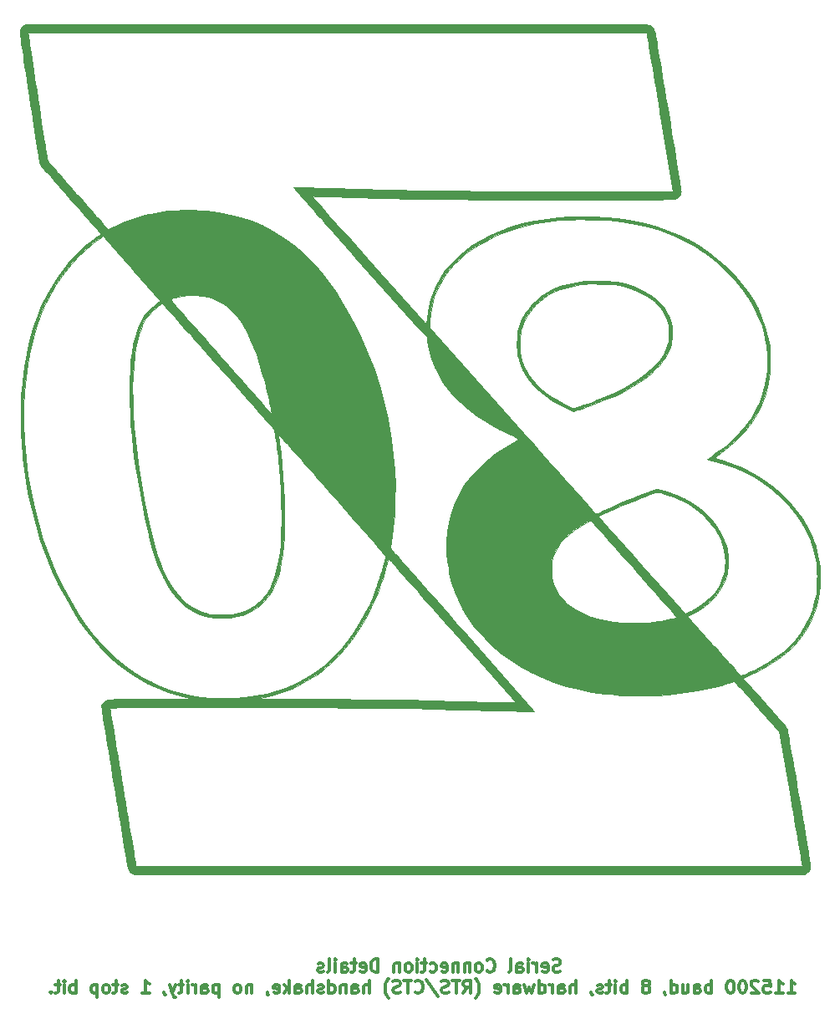
<source format=gbr>
%TF.GenerationSoftware,KiCad,Pcbnew,(5.0.0-rc2-dev-493-gd776eaca8)*%
%TF.CreationDate,2018-09-19T19:52:29-07:00*%
%TF.ProjectId,Z80,5A38302E6B696361645F706362000000,rev?*%
%TF.SameCoordinates,Original*%
%TF.FileFunction,Legend,Bot*%
%TF.FilePolarity,Positive*%
%FSLAX46Y46*%
G04 Gerber Fmt 4.6, Leading zero omitted, Abs format (unit mm)*
G04 Created by KiCad (PCBNEW (5.0.0-rc2-dev-493-gd776eaca8)) date 09/19/18 19:52:29*
%MOMM*%
%LPD*%
G01*
G04 APERTURE LIST*
%ADD10C,0.300000*%
%ADD11C,0.010000*%
G04 APERTURE END LIST*
D10*
X155733095Y-131144095D02*
X156475952Y-131144095D01*
X156104523Y-131144095D02*
X156104523Y-129844095D01*
X156228333Y-130029809D01*
X156352142Y-130153619D01*
X156475952Y-130215523D01*
X154495000Y-131144095D02*
X155237857Y-131144095D01*
X154866428Y-131144095D02*
X154866428Y-129844095D01*
X154990238Y-130029809D01*
X155114047Y-130153619D01*
X155237857Y-130215523D01*
X153318809Y-129844095D02*
X153937857Y-129844095D01*
X153999761Y-130463142D01*
X153937857Y-130401238D01*
X153814047Y-130339333D01*
X153504523Y-130339333D01*
X153380714Y-130401238D01*
X153318809Y-130463142D01*
X153256904Y-130586952D01*
X153256904Y-130896476D01*
X153318809Y-131020285D01*
X153380714Y-131082190D01*
X153504523Y-131144095D01*
X153814047Y-131144095D01*
X153937857Y-131082190D01*
X153999761Y-131020285D01*
X152761666Y-129967904D02*
X152699761Y-129906000D01*
X152575952Y-129844095D01*
X152266428Y-129844095D01*
X152142619Y-129906000D01*
X152080714Y-129967904D01*
X152018809Y-130091714D01*
X152018809Y-130215523D01*
X152080714Y-130401238D01*
X152823571Y-131144095D01*
X152018809Y-131144095D01*
X151214047Y-129844095D02*
X151090238Y-129844095D01*
X150966428Y-129906000D01*
X150904523Y-129967904D01*
X150842619Y-130091714D01*
X150780714Y-130339333D01*
X150780714Y-130648857D01*
X150842619Y-130896476D01*
X150904523Y-131020285D01*
X150966428Y-131082190D01*
X151090238Y-131144095D01*
X151214047Y-131144095D01*
X151337857Y-131082190D01*
X151399761Y-131020285D01*
X151461666Y-130896476D01*
X151523571Y-130648857D01*
X151523571Y-130339333D01*
X151461666Y-130091714D01*
X151399761Y-129967904D01*
X151337857Y-129906000D01*
X151214047Y-129844095D01*
X149975952Y-129844095D02*
X149852142Y-129844095D01*
X149728333Y-129906000D01*
X149666428Y-129967904D01*
X149604523Y-130091714D01*
X149542619Y-130339333D01*
X149542619Y-130648857D01*
X149604523Y-130896476D01*
X149666428Y-131020285D01*
X149728333Y-131082190D01*
X149852142Y-131144095D01*
X149975952Y-131144095D01*
X150099761Y-131082190D01*
X150161666Y-131020285D01*
X150223571Y-130896476D01*
X150285476Y-130648857D01*
X150285476Y-130339333D01*
X150223571Y-130091714D01*
X150161666Y-129967904D01*
X150099761Y-129906000D01*
X149975952Y-129844095D01*
X147995000Y-131144095D02*
X147995000Y-129844095D01*
X147995000Y-130339333D02*
X147871190Y-130277428D01*
X147623571Y-130277428D01*
X147499761Y-130339333D01*
X147437857Y-130401238D01*
X147375952Y-130525047D01*
X147375952Y-130896476D01*
X147437857Y-131020285D01*
X147499761Y-131082190D01*
X147623571Y-131144095D01*
X147871190Y-131144095D01*
X147995000Y-131082190D01*
X146261666Y-131144095D02*
X146261666Y-130463142D01*
X146323571Y-130339333D01*
X146447380Y-130277428D01*
X146694999Y-130277428D01*
X146818809Y-130339333D01*
X146261666Y-131082190D02*
X146385476Y-131144095D01*
X146694999Y-131144095D01*
X146818809Y-131082190D01*
X146880714Y-130958380D01*
X146880714Y-130834571D01*
X146818809Y-130710761D01*
X146694999Y-130648857D01*
X146385476Y-130648857D01*
X146261666Y-130586952D01*
X145085476Y-130277428D02*
X145085476Y-131144095D01*
X145642619Y-130277428D02*
X145642619Y-130958380D01*
X145580714Y-131082190D01*
X145456904Y-131144095D01*
X145271190Y-131144095D01*
X145147380Y-131082190D01*
X145085476Y-131020285D01*
X143909285Y-131144095D02*
X143909285Y-129844095D01*
X143909285Y-131082190D02*
X144033095Y-131144095D01*
X144280714Y-131144095D01*
X144404523Y-131082190D01*
X144466428Y-131020285D01*
X144528333Y-130896476D01*
X144528333Y-130525047D01*
X144466428Y-130401238D01*
X144404523Y-130339333D01*
X144280714Y-130277428D01*
X144033095Y-130277428D01*
X143909285Y-130339333D01*
X143228333Y-131082190D02*
X143228333Y-131144095D01*
X143290238Y-131267904D01*
X143352142Y-131329809D01*
X141494999Y-130401238D02*
X141618809Y-130339333D01*
X141680714Y-130277428D01*
X141742619Y-130153619D01*
X141742619Y-130091714D01*
X141680714Y-129967904D01*
X141618809Y-129906000D01*
X141494999Y-129844095D01*
X141247380Y-129844095D01*
X141123571Y-129906000D01*
X141061666Y-129967904D01*
X140999761Y-130091714D01*
X140999761Y-130153619D01*
X141061666Y-130277428D01*
X141123571Y-130339333D01*
X141247380Y-130401238D01*
X141494999Y-130401238D01*
X141618809Y-130463142D01*
X141680714Y-130525047D01*
X141742619Y-130648857D01*
X141742619Y-130896476D01*
X141680714Y-131020285D01*
X141618809Y-131082190D01*
X141494999Y-131144095D01*
X141247380Y-131144095D01*
X141123571Y-131082190D01*
X141061666Y-131020285D01*
X140999761Y-130896476D01*
X140999761Y-130648857D01*
X141061666Y-130525047D01*
X141123571Y-130463142D01*
X141247380Y-130401238D01*
X139452142Y-131144095D02*
X139452142Y-129844095D01*
X139452142Y-130339333D02*
X139328333Y-130277428D01*
X139080714Y-130277428D01*
X138956904Y-130339333D01*
X138894999Y-130401238D01*
X138833095Y-130525047D01*
X138833095Y-130896476D01*
X138894999Y-131020285D01*
X138956904Y-131082190D01*
X139080714Y-131144095D01*
X139328333Y-131144095D01*
X139452142Y-131082190D01*
X138275952Y-131144095D02*
X138275952Y-130277428D01*
X138275952Y-129844095D02*
X138337857Y-129906000D01*
X138275952Y-129967904D01*
X138214047Y-129906000D01*
X138275952Y-129844095D01*
X138275952Y-129967904D01*
X137842619Y-130277428D02*
X137347380Y-130277428D01*
X137656904Y-129844095D02*
X137656904Y-130958380D01*
X137594999Y-131082190D01*
X137471190Y-131144095D01*
X137347380Y-131144095D01*
X136975952Y-131082190D02*
X136852142Y-131144095D01*
X136604523Y-131144095D01*
X136480714Y-131082190D01*
X136418809Y-130958380D01*
X136418809Y-130896476D01*
X136480714Y-130772666D01*
X136604523Y-130710761D01*
X136790238Y-130710761D01*
X136914047Y-130648857D01*
X136975952Y-130525047D01*
X136975952Y-130463142D01*
X136914047Y-130339333D01*
X136790238Y-130277428D01*
X136604523Y-130277428D01*
X136480714Y-130339333D01*
X135799761Y-131082190D02*
X135799761Y-131144095D01*
X135861666Y-131267904D01*
X135923571Y-131329809D01*
X134252142Y-131144095D02*
X134252142Y-129844095D01*
X133694999Y-131144095D02*
X133694999Y-130463142D01*
X133756904Y-130339333D01*
X133880714Y-130277428D01*
X134066428Y-130277428D01*
X134190238Y-130339333D01*
X134252142Y-130401238D01*
X132518809Y-131144095D02*
X132518809Y-130463142D01*
X132580714Y-130339333D01*
X132704523Y-130277428D01*
X132952142Y-130277428D01*
X133075952Y-130339333D01*
X132518809Y-131082190D02*
X132642619Y-131144095D01*
X132952142Y-131144095D01*
X133075952Y-131082190D01*
X133137857Y-130958380D01*
X133137857Y-130834571D01*
X133075952Y-130710761D01*
X132952142Y-130648857D01*
X132642619Y-130648857D01*
X132518809Y-130586952D01*
X131899761Y-131144095D02*
X131899761Y-130277428D01*
X131899761Y-130525047D02*
X131837857Y-130401238D01*
X131775952Y-130339333D01*
X131652142Y-130277428D01*
X131528333Y-130277428D01*
X130537857Y-131144095D02*
X130537857Y-129844095D01*
X130537857Y-131082190D02*
X130661666Y-131144095D01*
X130909285Y-131144095D01*
X131033095Y-131082190D01*
X131094999Y-131020285D01*
X131156904Y-130896476D01*
X131156904Y-130525047D01*
X131094999Y-130401238D01*
X131033095Y-130339333D01*
X130909285Y-130277428D01*
X130661666Y-130277428D01*
X130537857Y-130339333D01*
X130042619Y-130277428D02*
X129794999Y-131144095D01*
X129547380Y-130525047D01*
X129299761Y-131144095D01*
X129052142Y-130277428D01*
X127999761Y-131144095D02*
X127999761Y-130463142D01*
X128061666Y-130339333D01*
X128185476Y-130277428D01*
X128433095Y-130277428D01*
X128556904Y-130339333D01*
X127999761Y-131082190D02*
X128123571Y-131144095D01*
X128433095Y-131144095D01*
X128556904Y-131082190D01*
X128618809Y-130958380D01*
X128618809Y-130834571D01*
X128556904Y-130710761D01*
X128433095Y-130648857D01*
X128123571Y-130648857D01*
X127999761Y-130586952D01*
X127380714Y-131144095D02*
X127380714Y-130277428D01*
X127380714Y-130525047D02*
X127318809Y-130401238D01*
X127256904Y-130339333D01*
X127133095Y-130277428D01*
X127009285Y-130277428D01*
X126080714Y-131082190D02*
X126204523Y-131144095D01*
X126452142Y-131144095D01*
X126575952Y-131082190D01*
X126637857Y-130958380D01*
X126637857Y-130463142D01*
X126575952Y-130339333D01*
X126452142Y-130277428D01*
X126204523Y-130277428D01*
X126080714Y-130339333D01*
X126018809Y-130463142D01*
X126018809Y-130586952D01*
X126637857Y-130710761D01*
X124099761Y-131639333D02*
X124161666Y-131577428D01*
X124285476Y-131391714D01*
X124347380Y-131267904D01*
X124409285Y-131082190D01*
X124471190Y-130772666D01*
X124471190Y-130525047D01*
X124409285Y-130215523D01*
X124347380Y-130029809D01*
X124285476Y-129906000D01*
X124161666Y-129720285D01*
X124099761Y-129658380D01*
X122861666Y-131144095D02*
X123294999Y-130525047D01*
X123604523Y-131144095D02*
X123604523Y-129844095D01*
X123109285Y-129844095D01*
X122985476Y-129906000D01*
X122923571Y-129967904D01*
X122861666Y-130091714D01*
X122861666Y-130277428D01*
X122923571Y-130401238D01*
X122985476Y-130463142D01*
X123109285Y-130525047D01*
X123604523Y-130525047D01*
X122490238Y-129844095D02*
X121747380Y-129844095D01*
X122118809Y-131144095D02*
X122118809Y-129844095D01*
X121375952Y-131082190D02*
X121190238Y-131144095D01*
X120880714Y-131144095D01*
X120756904Y-131082190D01*
X120694999Y-131020285D01*
X120633095Y-130896476D01*
X120633095Y-130772666D01*
X120694999Y-130648857D01*
X120756904Y-130586952D01*
X120880714Y-130525047D01*
X121128333Y-130463142D01*
X121252142Y-130401238D01*
X121314047Y-130339333D01*
X121375952Y-130215523D01*
X121375952Y-130091714D01*
X121314047Y-129967904D01*
X121252142Y-129906000D01*
X121128333Y-129844095D01*
X120818809Y-129844095D01*
X120633095Y-129906000D01*
X119147380Y-129782190D02*
X120261666Y-131453619D01*
X117971190Y-131020285D02*
X118033095Y-131082190D01*
X118218809Y-131144095D01*
X118342619Y-131144095D01*
X118528333Y-131082190D01*
X118652142Y-130958380D01*
X118714047Y-130834571D01*
X118775952Y-130586952D01*
X118775952Y-130401238D01*
X118714047Y-130153619D01*
X118652142Y-130029809D01*
X118528333Y-129906000D01*
X118342619Y-129844095D01*
X118218809Y-129844095D01*
X118033095Y-129906000D01*
X117971190Y-129967904D01*
X117599761Y-129844095D02*
X116856904Y-129844095D01*
X117228333Y-131144095D02*
X117228333Y-129844095D01*
X116485476Y-131082190D02*
X116299761Y-131144095D01*
X115990238Y-131144095D01*
X115866428Y-131082190D01*
X115804523Y-131020285D01*
X115742619Y-130896476D01*
X115742619Y-130772666D01*
X115804523Y-130648857D01*
X115866428Y-130586952D01*
X115990238Y-130525047D01*
X116237857Y-130463142D01*
X116361666Y-130401238D01*
X116423571Y-130339333D01*
X116485476Y-130215523D01*
X116485476Y-130091714D01*
X116423571Y-129967904D01*
X116361666Y-129906000D01*
X116237857Y-129844095D01*
X115928333Y-129844095D01*
X115742619Y-129906000D01*
X115309285Y-131639333D02*
X115247380Y-131577428D01*
X115123571Y-131391714D01*
X115061666Y-131267904D01*
X114999761Y-131082190D01*
X114937857Y-130772666D01*
X114937857Y-130525047D01*
X114999761Y-130215523D01*
X115061666Y-130029809D01*
X115123571Y-129906000D01*
X115247380Y-129720285D01*
X115309285Y-129658380D01*
X113328333Y-131144095D02*
X113328333Y-129844095D01*
X112771190Y-131144095D02*
X112771190Y-130463142D01*
X112833095Y-130339333D01*
X112956904Y-130277428D01*
X113142619Y-130277428D01*
X113266428Y-130339333D01*
X113328333Y-130401238D01*
X111594999Y-131144095D02*
X111594999Y-130463142D01*
X111656904Y-130339333D01*
X111780714Y-130277428D01*
X112028333Y-130277428D01*
X112152142Y-130339333D01*
X111594999Y-131082190D02*
X111718809Y-131144095D01*
X112028333Y-131144095D01*
X112152142Y-131082190D01*
X112214047Y-130958380D01*
X112214047Y-130834571D01*
X112152142Y-130710761D01*
X112028333Y-130648857D01*
X111718809Y-130648857D01*
X111594999Y-130586952D01*
X110975952Y-130277428D02*
X110975952Y-131144095D01*
X110975952Y-130401238D02*
X110914047Y-130339333D01*
X110790238Y-130277428D01*
X110604523Y-130277428D01*
X110480714Y-130339333D01*
X110418809Y-130463142D01*
X110418809Y-131144095D01*
X109242619Y-131144095D02*
X109242619Y-129844095D01*
X109242619Y-131082190D02*
X109366428Y-131144095D01*
X109614047Y-131144095D01*
X109737857Y-131082190D01*
X109799761Y-131020285D01*
X109861666Y-130896476D01*
X109861666Y-130525047D01*
X109799761Y-130401238D01*
X109737857Y-130339333D01*
X109614047Y-130277428D01*
X109366428Y-130277428D01*
X109242619Y-130339333D01*
X108685476Y-131082190D02*
X108561666Y-131144095D01*
X108314047Y-131144095D01*
X108190238Y-131082190D01*
X108128333Y-130958380D01*
X108128333Y-130896476D01*
X108190238Y-130772666D01*
X108314047Y-130710761D01*
X108499761Y-130710761D01*
X108623571Y-130648857D01*
X108685476Y-130525047D01*
X108685476Y-130463142D01*
X108623571Y-130339333D01*
X108499761Y-130277428D01*
X108314047Y-130277428D01*
X108190238Y-130339333D01*
X107571190Y-131144095D02*
X107571190Y-129844095D01*
X107014047Y-131144095D02*
X107014047Y-130463142D01*
X107075952Y-130339333D01*
X107199761Y-130277428D01*
X107385476Y-130277428D01*
X107509285Y-130339333D01*
X107571190Y-130401238D01*
X105837857Y-131144095D02*
X105837857Y-130463142D01*
X105899761Y-130339333D01*
X106023571Y-130277428D01*
X106271190Y-130277428D01*
X106394999Y-130339333D01*
X105837857Y-131082190D02*
X105961666Y-131144095D01*
X106271190Y-131144095D01*
X106394999Y-131082190D01*
X106456904Y-130958380D01*
X106456904Y-130834571D01*
X106394999Y-130710761D01*
X106271190Y-130648857D01*
X105961666Y-130648857D01*
X105837857Y-130586952D01*
X105218809Y-131144095D02*
X105218809Y-129844095D01*
X105094999Y-130648857D02*
X104723571Y-131144095D01*
X104723571Y-130277428D02*
X105218809Y-130772666D01*
X103671190Y-131082190D02*
X103794999Y-131144095D01*
X104042619Y-131144095D01*
X104166428Y-131082190D01*
X104228333Y-130958380D01*
X104228333Y-130463142D01*
X104166428Y-130339333D01*
X104042619Y-130277428D01*
X103794999Y-130277428D01*
X103671190Y-130339333D01*
X103609285Y-130463142D01*
X103609285Y-130586952D01*
X104228333Y-130710761D01*
X102990238Y-131082190D02*
X102990238Y-131144095D01*
X103052142Y-131267904D01*
X103114047Y-131329809D01*
X101442619Y-130277428D02*
X101442619Y-131144095D01*
X101442619Y-130401238D02*
X101380714Y-130339333D01*
X101256904Y-130277428D01*
X101071190Y-130277428D01*
X100947380Y-130339333D01*
X100885476Y-130463142D01*
X100885476Y-131144095D01*
X100080714Y-131144095D02*
X100204523Y-131082190D01*
X100266428Y-131020285D01*
X100328333Y-130896476D01*
X100328333Y-130525047D01*
X100266428Y-130401238D01*
X100204523Y-130339333D01*
X100080714Y-130277428D01*
X99894999Y-130277428D01*
X99771190Y-130339333D01*
X99709285Y-130401238D01*
X99647380Y-130525047D01*
X99647380Y-130896476D01*
X99709285Y-131020285D01*
X99771190Y-131082190D01*
X99894999Y-131144095D01*
X100080714Y-131144095D01*
X98099761Y-130277428D02*
X98099761Y-131577428D01*
X98099761Y-130339333D02*
X97975952Y-130277428D01*
X97728333Y-130277428D01*
X97604523Y-130339333D01*
X97542619Y-130401238D01*
X97480714Y-130525047D01*
X97480714Y-130896476D01*
X97542619Y-131020285D01*
X97604523Y-131082190D01*
X97728333Y-131144095D01*
X97975952Y-131144095D01*
X98099761Y-131082190D01*
X96366428Y-131144095D02*
X96366428Y-130463142D01*
X96428333Y-130339333D01*
X96552142Y-130277428D01*
X96799761Y-130277428D01*
X96923571Y-130339333D01*
X96366428Y-131082190D02*
X96490238Y-131144095D01*
X96799761Y-131144095D01*
X96923571Y-131082190D01*
X96985476Y-130958380D01*
X96985476Y-130834571D01*
X96923571Y-130710761D01*
X96799761Y-130648857D01*
X96490238Y-130648857D01*
X96366428Y-130586952D01*
X95747380Y-131144095D02*
X95747380Y-130277428D01*
X95747380Y-130525047D02*
X95685476Y-130401238D01*
X95623571Y-130339333D01*
X95499761Y-130277428D01*
X95375952Y-130277428D01*
X94942619Y-131144095D02*
X94942619Y-130277428D01*
X94942619Y-129844095D02*
X95004523Y-129906000D01*
X94942619Y-129967904D01*
X94880714Y-129906000D01*
X94942619Y-129844095D01*
X94942619Y-129967904D01*
X94509285Y-130277428D02*
X94014047Y-130277428D01*
X94323571Y-129844095D02*
X94323571Y-130958380D01*
X94261666Y-131082190D01*
X94137857Y-131144095D01*
X94014047Y-131144095D01*
X93704523Y-130277428D02*
X93394999Y-131144095D01*
X93085476Y-130277428D02*
X93394999Y-131144095D01*
X93518809Y-131453619D01*
X93580714Y-131515523D01*
X93704523Y-131577428D01*
X92528333Y-131082190D02*
X92528333Y-131144095D01*
X92590238Y-131267904D01*
X92652142Y-131329809D01*
X90299761Y-131144095D02*
X91042619Y-131144095D01*
X90671190Y-131144095D02*
X90671190Y-129844095D01*
X90794999Y-130029809D01*
X90918809Y-130153619D01*
X91042619Y-130215523D01*
X88814047Y-131082190D02*
X88690238Y-131144095D01*
X88442619Y-131144095D01*
X88318809Y-131082190D01*
X88256904Y-130958380D01*
X88256904Y-130896476D01*
X88318809Y-130772666D01*
X88442619Y-130710761D01*
X88628333Y-130710761D01*
X88752142Y-130648857D01*
X88814047Y-130525047D01*
X88814047Y-130463142D01*
X88752142Y-130339333D01*
X88628333Y-130277428D01*
X88442619Y-130277428D01*
X88318809Y-130339333D01*
X87885476Y-130277428D02*
X87390238Y-130277428D01*
X87699761Y-129844095D02*
X87699761Y-130958380D01*
X87637857Y-131082190D01*
X87514047Y-131144095D01*
X87390238Y-131144095D01*
X86771190Y-131144095D02*
X86894999Y-131082190D01*
X86956904Y-131020285D01*
X87018809Y-130896476D01*
X87018809Y-130525047D01*
X86956904Y-130401238D01*
X86894999Y-130339333D01*
X86771190Y-130277428D01*
X86585476Y-130277428D01*
X86461666Y-130339333D01*
X86399761Y-130401238D01*
X86337857Y-130525047D01*
X86337857Y-130896476D01*
X86399761Y-131020285D01*
X86461666Y-131082190D01*
X86585476Y-131144095D01*
X86771190Y-131144095D01*
X85780714Y-130277428D02*
X85780714Y-131577428D01*
X85780714Y-130339333D02*
X85656904Y-130277428D01*
X85409285Y-130277428D01*
X85285476Y-130339333D01*
X85223571Y-130401238D01*
X85161666Y-130525047D01*
X85161666Y-130896476D01*
X85223571Y-131020285D01*
X85285476Y-131082190D01*
X85409285Y-131144095D01*
X85656904Y-131144095D01*
X85780714Y-131082190D01*
X83614047Y-131144095D02*
X83614047Y-129844095D01*
X83614047Y-130339333D02*
X83490238Y-130277428D01*
X83242619Y-130277428D01*
X83118809Y-130339333D01*
X83056904Y-130401238D01*
X82994999Y-130525047D01*
X82994999Y-130896476D01*
X83056904Y-131020285D01*
X83118809Y-131082190D01*
X83242619Y-131144095D01*
X83490238Y-131144095D01*
X83614047Y-131082190D01*
X82437857Y-131144095D02*
X82437857Y-130277428D01*
X82437857Y-129844095D02*
X82499761Y-129906000D01*
X82437857Y-129967904D01*
X82375952Y-129906000D01*
X82437857Y-129844095D01*
X82437857Y-129967904D01*
X82004523Y-130277428D02*
X81509285Y-130277428D01*
X81818809Y-129844095D02*
X81818809Y-130958380D01*
X81756904Y-131082190D01*
X81633095Y-131144095D01*
X81509285Y-131144095D01*
X81075952Y-131020285D02*
X81014047Y-131082190D01*
X81075952Y-131144095D01*
X81137857Y-131082190D01*
X81075952Y-131020285D01*
X81075952Y-131144095D01*
X132684095Y-128923190D02*
X132498380Y-128985095D01*
X132188857Y-128985095D01*
X132065047Y-128923190D01*
X132003142Y-128861285D01*
X131941238Y-128737476D01*
X131941238Y-128613666D01*
X132003142Y-128489857D01*
X132065047Y-128427952D01*
X132188857Y-128366047D01*
X132436476Y-128304142D01*
X132560285Y-128242238D01*
X132622190Y-128180333D01*
X132684095Y-128056523D01*
X132684095Y-127932714D01*
X132622190Y-127808904D01*
X132560285Y-127747000D01*
X132436476Y-127685095D01*
X132126952Y-127685095D01*
X131941238Y-127747000D01*
X130888857Y-128923190D02*
X131012666Y-128985095D01*
X131260285Y-128985095D01*
X131384095Y-128923190D01*
X131446000Y-128799380D01*
X131446000Y-128304142D01*
X131384095Y-128180333D01*
X131260285Y-128118428D01*
X131012666Y-128118428D01*
X130888857Y-128180333D01*
X130826952Y-128304142D01*
X130826952Y-128427952D01*
X131446000Y-128551761D01*
X130269809Y-128985095D02*
X130269809Y-128118428D01*
X130269809Y-128366047D02*
X130207904Y-128242238D01*
X130146000Y-128180333D01*
X130022190Y-128118428D01*
X129898380Y-128118428D01*
X129465047Y-128985095D02*
X129465047Y-128118428D01*
X129465047Y-127685095D02*
X129526952Y-127747000D01*
X129465047Y-127808904D01*
X129403142Y-127747000D01*
X129465047Y-127685095D01*
X129465047Y-127808904D01*
X128288857Y-128985095D02*
X128288857Y-128304142D01*
X128350761Y-128180333D01*
X128474571Y-128118428D01*
X128722190Y-128118428D01*
X128846000Y-128180333D01*
X128288857Y-128923190D02*
X128412666Y-128985095D01*
X128722190Y-128985095D01*
X128846000Y-128923190D01*
X128907904Y-128799380D01*
X128907904Y-128675571D01*
X128846000Y-128551761D01*
X128722190Y-128489857D01*
X128412666Y-128489857D01*
X128288857Y-128427952D01*
X127484095Y-128985095D02*
X127607904Y-128923190D01*
X127669809Y-128799380D01*
X127669809Y-127685095D01*
X125255523Y-128861285D02*
X125317428Y-128923190D01*
X125503142Y-128985095D01*
X125626952Y-128985095D01*
X125812666Y-128923190D01*
X125936476Y-128799380D01*
X125998380Y-128675571D01*
X126060285Y-128427952D01*
X126060285Y-128242238D01*
X125998380Y-127994619D01*
X125936476Y-127870809D01*
X125812666Y-127747000D01*
X125626952Y-127685095D01*
X125503142Y-127685095D01*
X125317428Y-127747000D01*
X125255523Y-127808904D01*
X124512666Y-128985095D02*
X124636476Y-128923190D01*
X124698380Y-128861285D01*
X124760285Y-128737476D01*
X124760285Y-128366047D01*
X124698380Y-128242238D01*
X124636476Y-128180333D01*
X124512666Y-128118428D01*
X124326952Y-128118428D01*
X124203142Y-128180333D01*
X124141238Y-128242238D01*
X124079333Y-128366047D01*
X124079333Y-128737476D01*
X124141238Y-128861285D01*
X124203142Y-128923190D01*
X124326952Y-128985095D01*
X124512666Y-128985095D01*
X123522190Y-128118428D02*
X123522190Y-128985095D01*
X123522190Y-128242238D02*
X123460285Y-128180333D01*
X123336476Y-128118428D01*
X123150761Y-128118428D01*
X123026952Y-128180333D01*
X122965047Y-128304142D01*
X122965047Y-128985095D01*
X122346000Y-128118428D02*
X122346000Y-128985095D01*
X122346000Y-128242238D02*
X122284095Y-128180333D01*
X122160285Y-128118428D01*
X121974571Y-128118428D01*
X121850761Y-128180333D01*
X121788857Y-128304142D01*
X121788857Y-128985095D01*
X120674571Y-128923190D02*
X120798380Y-128985095D01*
X121046000Y-128985095D01*
X121169809Y-128923190D01*
X121231714Y-128799380D01*
X121231714Y-128304142D01*
X121169809Y-128180333D01*
X121046000Y-128118428D01*
X120798380Y-128118428D01*
X120674571Y-128180333D01*
X120612666Y-128304142D01*
X120612666Y-128427952D01*
X121231714Y-128551761D01*
X119498380Y-128923190D02*
X119622190Y-128985095D01*
X119869809Y-128985095D01*
X119993619Y-128923190D01*
X120055523Y-128861285D01*
X120117428Y-128737476D01*
X120117428Y-128366047D01*
X120055523Y-128242238D01*
X119993619Y-128180333D01*
X119869809Y-128118428D01*
X119622190Y-128118428D01*
X119498380Y-128180333D01*
X119126952Y-128118428D02*
X118631714Y-128118428D01*
X118941238Y-127685095D02*
X118941238Y-128799380D01*
X118879333Y-128923190D01*
X118755523Y-128985095D01*
X118631714Y-128985095D01*
X118198380Y-128985095D02*
X118198380Y-128118428D01*
X118198380Y-127685095D02*
X118260285Y-127747000D01*
X118198380Y-127808904D01*
X118136476Y-127747000D01*
X118198380Y-127685095D01*
X118198380Y-127808904D01*
X117393619Y-128985095D02*
X117517428Y-128923190D01*
X117579333Y-128861285D01*
X117641238Y-128737476D01*
X117641238Y-128366047D01*
X117579333Y-128242238D01*
X117517428Y-128180333D01*
X117393619Y-128118428D01*
X117207904Y-128118428D01*
X117084095Y-128180333D01*
X117022190Y-128242238D01*
X116960285Y-128366047D01*
X116960285Y-128737476D01*
X117022190Y-128861285D01*
X117084095Y-128923190D01*
X117207904Y-128985095D01*
X117393619Y-128985095D01*
X116403142Y-128118428D02*
X116403142Y-128985095D01*
X116403142Y-128242238D02*
X116341238Y-128180333D01*
X116217428Y-128118428D01*
X116031714Y-128118428D01*
X115907904Y-128180333D01*
X115846000Y-128304142D01*
X115846000Y-128985095D01*
X114236476Y-128985095D02*
X114236476Y-127685095D01*
X113926952Y-127685095D01*
X113741238Y-127747000D01*
X113617428Y-127870809D01*
X113555523Y-127994619D01*
X113493619Y-128242238D01*
X113493619Y-128427952D01*
X113555523Y-128675571D01*
X113617428Y-128799380D01*
X113741238Y-128923190D01*
X113926952Y-128985095D01*
X114236476Y-128985095D01*
X112441238Y-128923190D02*
X112565047Y-128985095D01*
X112812666Y-128985095D01*
X112936476Y-128923190D01*
X112998380Y-128799380D01*
X112998380Y-128304142D01*
X112936476Y-128180333D01*
X112812666Y-128118428D01*
X112565047Y-128118428D01*
X112441238Y-128180333D01*
X112379333Y-128304142D01*
X112379333Y-128427952D01*
X112998380Y-128551761D01*
X112007904Y-128118428D02*
X111512666Y-128118428D01*
X111822190Y-127685095D02*
X111822190Y-128799380D01*
X111760285Y-128923190D01*
X111636476Y-128985095D01*
X111512666Y-128985095D01*
X110522190Y-128985095D02*
X110522190Y-128304142D01*
X110584095Y-128180333D01*
X110707904Y-128118428D01*
X110955523Y-128118428D01*
X111079333Y-128180333D01*
X110522190Y-128923190D02*
X110646000Y-128985095D01*
X110955523Y-128985095D01*
X111079333Y-128923190D01*
X111141238Y-128799380D01*
X111141238Y-128675571D01*
X111079333Y-128551761D01*
X110955523Y-128489857D01*
X110646000Y-128489857D01*
X110522190Y-128427952D01*
X109903142Y-128985095D02*
X109903142Y-128118428D01*
X109903142Y-127685095D02*
X109965047Y-127747000D01*
X109903142Y-127808904D01*
X109841238Y-127747000D01*
X109903142Y-127685095D01*
X109903142Y-127808904D01*
X109098380Y-128985095D02*
X109222190Y-128923190D01*
X109284095Y-128799380D01*
X109284095Y-127685095D01*
X108665047Y-128923190D02*
X108541238Y-128985095D01*
X108293619Y-128985095D01*
X108169809Y-128923190D01*
X108107904Y-128799380D01*
X108107904Y-128737476D01*
X108169809Y-128613666D01*
X108293619Y-128551761D01*
X108479333Y-128551761D01*
X108603142Y-128489857D01*
X108665047Y-128366047D01*
X108665047Y-128304142D01*
X108603142Y-128180333D01*
X108479333Y-128118428D01*
X108293619Y-128118428D01*
X108169809Y-128180333D01*
D11*
G36*
X134032803Y-72165115D02*
X134165195Y-72128031D01*
X134352622Y-72070944D01*
X134582601Y-71997712D01*
X134842651Y-71912196D01*
X135004087Y-71857897D01*
X136125749Y-71459977D01*
X137165523Y-71054482D01*
X138125957Y-70640149D01*
X139009592Y-70215713D01*
X139818976Y-69779912D01*
X140556651Y-69331481D01*
X141225163Y-68869156D01*
X141592973Y-68585498D01*
X141861553Y-68356827D01*
X142145726Y-68092926D01*
X142428560Y-67811196D01*
X142693125Y-67529037D01*
X142922488Y-67263850D01*
X143089542Y-67047459D01*
X143283208Y-66744433D01*
X143474508Y-66390295D01*
X143649267Y-66015046D01*
X143793314Y-65648683D01*
X143877734Y-65379094D01*
X143923016Y-65198653D01*
X143954573Y-65038396D01*
X143974920Y-64874940D01*
X143986566Y-64684901D01*
X143992025Y-64444895D01*
X143993189Y-64304333D01*
X143987552Y-63918585D01*
X143963122Y-63591196D01*
X143915655Y-63297119D01*
X143840908Y-63011307D01*
X143734637Y-62708712D01*
X143713802Y-62655496D01*
X143531448Y-62252539D01*
X143312721Y-61881465D01*
X143045160Y-61524604D01*
X142716307Y-61164286D01*
X142541683Y-60993143D01*
X142003182Y-60538716D01*
X141401844Y-60140067D01*
X140739044Y-59797796D01*
X140016160Y-59512501D01*
X139234570Y-59284782D01*
X138395652Y-59115237D01*
X138133667Y-59075900D01*
X137910973Y-59051943D01*
X137621466Y-59031204D01*
X137282952Y-59014047D01*
X136913236Y-59000839D01*
X136530124Y-58991946D01*
X136151421Y-58987733D01*
X135794932Y-58988566D01*
X135478464Y-58994812D01*
X135219822Y-59006836D01*
X135128000Y-59014138D01*
X134239940Y-59130006D01*
X133411668Y-59304553D01*
X132641095Y-59538673D01*
X131926131Y-59833256D01*
X131264686Y-60189193D01*
X130654671Y-60607375D01*
X130093996Y-61088694D01*
X129963333Y-61216936D01*
X129490401Y-61746143D01*
X129096075Y-62303445D01*
X128777381Y-62894282D01*
X128531345Y-63524093D01*
X128368235Y-64135000D01*
X128338540Y-64295889D01*
X128317057Y-64470668D01*
X128302729Y-64675903D01*
X128294497Y-64928158D01*
X128291302Y-65243998D01*
X128291167Y-65341500D01*
X128292409Y-65651362D01*
X128293471Y-65706779D01*
X128577244Y-65706779D01*
X128577749Y-65182370D01*
X128579954Y-65108667D01*
X128604121Y-64652739D01*
X128647787Y-64258155D01*
X128716309Y-63902780D01*
X128815042Y-63564480D01*
X128949342Y-63221123D01*
X129124565Y-62850574D01*
X129127968Y-62843833D01*
X129344163Y-62453059D01*
X129584387Y-62096232D01*
X129865976Y-61750038D01*
X130206268Y-61391166D01*
X130214161Y-61383333D01*
X130635494Y-60994042D01*
X131057801Y-60665683D01*
X131508528Y-60378768D01*
X131974167Y-60133549D01*
X132633109Y-59848099D01*
X133306781Y-59626445D01*
X134013415Y-59463504D01*
X134768167Y-59354521D01*
X134966893Y-59333130D01*
X135150193Y-59313144D01*
X135290975Y-59297530D01*
X135339667Y-59291973D01*
X135478733Y-59282855D01*
X135687069Y-59278396D01*
X135949430Y-59278163D01*
X136250574Y-59281722D01*
X136575256Y-59288639D01*
X136908233Y-59298480D01*
X137234261Y-59310812D01*
X137538095Y-59325201D01*
X137804494Y-59341214D01*
X138018211Y-59358416D01*
X138131722Y-59371408D01*
X138971444Y-59522048D01*
X139752329Y-59729916D01*
X140473276Y-59994526D01*
X141133188Y-60315393D01*
X141730962Y-60692030D01*
X142265500Y-61123951D01*
X142412669Y-61263548D01*
X142828467Y-61722252D01*
X143164218Y-62202313D01*
X143422940Y-62708712D01*
X143601807Y-63224833D01*
X143651971Y-63477125D01*
X143684870Y-63788070D01*
X143700512Y-64133435D01*
X143698902Y-64488985D01*
X143680047Y-64830489D01*
X143643955Y-65133712D01*
X143601220Y-65337827D01*
X143408336Y-65888185D01*
X143132520Y-66430734D01*
X142775260Y-66964116D01*
X142338045Y-67486973D01*
X141822363Y-67997946D01*
X141229701Y-68495678D01*
X140561550Y-68978811D01*
X139819397Y-69445986D01*
X139004729Y-69895846D01*
X138147961Y-70313768D01*
X137758615Y-70487703D01*
X137327053Y-70671853D01*
X136867451Y-70860793D01*
X136393984Y-71049100D01*
X135920827Y-71231349D01*
X135462156Y-71402116D01*
X135032145Y-71555978D01*
X134644970Y-71687510D01*
X134314806Y-71791288D01*
X134200616Y-71824165D01*
X133945092Y-71895207D01*
X133171296Y-71510549D01*
X132454633Y-71131094D01*
X131812052Y-70740672D01*
X131233050Y-70331963D01*
X130707120Y-69897645D01*
X130302000Y-69511066D01*
X129850649Y-69006365D01*
X129472684Y-68483013D01*
X129156877Y-67925328D01*
X129135297Y-67881500D01*
X128935306Y-67438113D01*
X128783597Y-67019372D01*
X128676077Y-66604854D01*
X128608656Y-66174132D01*
X128577244Y-65706779D01*
X128293471Y-65706779D01*
X128297081Y-65895032D01*
X128306596Y-66090961D01*
X128322368Y-66257598D01*
X128345814Y-66413394D01*
X128378347Y-66576799D01*
X128389904Y-66629228D01*
X128584756Y-67314339D01*
X128855878Y-67968131D01*
X129203941Y-68591475D01*
X129629615Y-69185243D01*
X130133574Y-69750308D01*
X130716487Y-70287539D01*
X131379028Y-70797809D01*
X131840190Y-71107471D01*
X132008217Y-71209456D01*
X132218160Y-71328867D01*
X132457798Y-71459553D01*
X132714912Y-71595366D01*
X132977282Y-71730153D01*
X133232686Y-71857766D01*
X133468906Y-71972054D01*
X133673721Y-72066866D01*
X133834911Y-72136053D01*
X133940256Y-72173465D01*
X133967928Y-72178333D01*
X134032803Y-72165115D01*
X134032803Y-72165115D01*
G37*
X134032803Y-72165115D02*
X134165195Y-72128031D01*
X134352622Y-72070944D01*
X134582601Y-71997712D01*
X134842651Y-71912196D01*
X135004087Y-71857897D01*
X136125749Y-71459977D01*
X137165523Y-71054482D01*
X138125957Y-70640149D01*
X139009592Y-70215713D01*
X139818976Y-69779912D01*
X140556651Y-69331481D01*
X141225163Y-68869156D01*
X141592973Y-68585498D01*
X141861553Y-68356827D01*
X142145726Y-68092926D01*
X142428560Y-67811196D01*
X142693125Y-67529037D01*
X142922488Y-67263850D01*
X143089542Y-67047459D01*
X143283208Y-66744433D01*
X143474508Y-66390295D01*
X143649267Y-66015046D01*
X143793314Y-65648683D01*
X143877734Y-65379094D01*
X143923016Y-65198653D01*
X143954573Y-65038396D01*
X143974920Y-64874940D01*
X143986566Y-64684901D01*
X143992025Y-64444895D01*
X143993189Y-64304333D01*
X143987552Y-63918585D01*
X143963122Y-63591196D01*
X143915655Y-63297119D01*
X143840908Y-63011307D01*
X143734637Y-62708712D01*
X143713802Y-62655496D01*
X143531448Y-62252539D01*
X143312721Y-61881465D01*
X143045160Y-61524604D01*
X142716307Y-61164286D01*
X142541683Y-60993143D01*
X142003182Y-60538716D01*
X141401844Y-60140067D01*
X140739044Y-59797796D01*
X140016160Y-59512501D01*
X139234570Y-59284782D01*
X138395652Y-59115237D01*
X138133667Y-59075900D01*
X137910973Y-59051943D01*
X137621466Y-59031204D01*
X137282952Y-59014047D01*
X136913236Y-59000839D01*
X136530124Y-58991946D01*
X136151421Y-58987733D01*
X135794932Y-58988566D01*
X135478464Y-58994812D01*
X135219822Y-59006836D01*
X135128000Y-59014138D01*
X134239940Y-59130006D01*
X133411668Y-59304553D01*
X132641095Y-59538673D01*
X131926131Y-59833256D01*
X131264686Y-60189193D01*
X130654671Y-60607375D01*
X130093996Y-61088694D01*
X129963333Y-61216936D01*
X129490401Y-61746143D01*
X129096075Y-62303445D01*
X128777381Y-62894282D01*
X128531345Y-63524093D01*
X128368235Y-64135000D01*
X128338540Y-64295889D01*
X128317057Y-64470668D01*
X128302729Y-64675903D01*
X128294497Y-64928158D01*
X128291302Y-65243998D01*
X128291167Y-65341500D01*
X128292409Y-65651362D01*
X128293471Y-65706779D01*
X128577244Y-65706779D01*
X128577749Y-65182370D01*
X128579954Y-65108667D01*
X128604121Y-64652739D01*
X128647787Y-64258155D01*
X128716309Y-63902780D01*
X128815042Y-63564480D01*
X128949342Y-63221123D01*
X129124565Y-62850574D01*
X129127968Y-62843833D01*
X129344163Y-62453059D01*
X129584387Y-62096232D01*
X129865976Y-61750038D01*
X130206268Y-61391166D01*
X130214161Y-61383333D01*
X130635494Y-60994042D01*
X131057801Y-60665683D01*
X131508528Y-60378768D01*
X131974167Y-60133549D01*
X132633109Y-59848099D01*
X133306781Y-59626445D01*
X134013415Y-59463504D01*
X134768167Y-59354521D01*
X134966893Y-59333130D01*
X135150193Y-59313144D01*
X135290975Y-59297530D01*
X135339667Y-59291973D01*
X135478733Y-59282855D01*
X135687069Y-59278396D01*
X135949430Y-59278163D01*
X136250574Y-59281722D01*
X136575256Y-59288639D01*
X136908233Y-59298480D01*
X137234261Y-59310812D01*
X137538095Y-59325201D01*
X137804494Y-59341214D01*
X138018211Y-59358416D01*
X138131722Y-59371408D01*
X138971444Y-59522048D01*
X139752329Y-59729916D01*
X140473276Y-59994526D01*
X141133188Y-60315393D01*
X141730962Y-60692030D01*
X142265500Y-61123951D01*
X142412669Y-61263548D01*
X142828467Y-61722252D01*
X143164218Y-62202313D01*
X143422940Y-62708712D01*
X143601807Y-63224833D01*
X143651971Y-63477125D01*
X143684870Y-63788070D01*
X143700512Y-64133435D01*
X143698902Y-64488985D01*
X143680047Y-64830489D01*
X143643955Y-65133712D01*
X143601220Y-65337827D01*
X143408336Y-65888185D01*
X143132520Y-66430734D01*
X142775260Y-66964116D01*
X142338045Y-67486973D01*
X141822363Y-67997946D01*
X141229701Y-68495678D01*
X140561550Y-68978811D01*
X139819397Y-69445986D01*
X139004729Y-69895846D01*
X138147961Y-70313768D01*
X137758615Y-70487703D01*
X137327053Y-70671853D01*
X136867451Y-70860793D01*
X136393984Y-71049100D01*
X135920827Y-71231349D01*
X135462156Y-71402116D01*
X135032145Y-71555978D01*
X134644970Y-71687510D01*
X134314806Y-71791288D01*
X134200616Y-71824165D01*
X133945092Y-71895207D01*
X133171296Y-71510549D01*
X132454633Y-71131094D01*
X131812052Y-70740672D01*
X131233050Y-70331963D01*
X130707120Y-69897645D01*
X130302000Y-69511066D01*
X129850649Y-69006365D01*
X129472684Y-68483013D01*
X129156877Y-67925328D01*
X129135297Y-67881500D01*
X128935306Y-67438113D01*
X128783597Y-67019372D01*
X128676077Y-66604854D01*
X128608656Y-66174132D01*
X128577244Y-65706779D01*
X128293471Y-65706779D01*
X128297081Y-65895032D01*
X128306596Y-66090961D01*
X128322368Y-66257598D01*
X128345814Y-66413394D01*
X128378347Y-66576799D01*
X128389904Y-66629228D01*
X128584756Y-67314339D01*
X128855878Y-67968131D01*
X129203941Y-68591475D01*
X129629615Y-69185243D01*
X130133574Y-69750308D01*
X130716487Y-70287539D01*
X131379028Y-70797809D01*
X131840190Y-71107471D01*
X132008217Y-71209456D01*
X132218160Y-71328867D01*
X132457798Y-71459553D01*
X132714912Y-71595366D01*
X132977282Y-71730153D01*
X133232686Y-71857766D01*
X133468906Y-71972054D01*
X133673721Y-72066866D01*
X133834911Y-72136053D01*
X133940256Y-72173465D01*
X133967928Y-72178333D01*
X134032803Y-72165115D01*
G36*
X125718183Y-119130052D02*
X127184137Y-119129947D01*
X128643795Y-119129752D01*
X130094701Y-119129468D01*
X131534395Y-119129093D01*
X132960419Y-119128628D01*
X134370315Y-119128073D01*
X135761624Y-119127428D01*
X137131888Y-119126692D01*
X138478649Y-119125865D01*
X139799447Y-119124948D01*
X141091826Y-119123939D01*
X142353325Y-119122840D01*
X143581487Y-119121650D01*
X144773853Y-119120368D01*
X145927966Y-119118995D01*
X147041366Y-119117530D01*
X148111595Y-119115973D01*
X149136195Y-119114325D01*
X150112707Y-119112584D01*
X151038673Y-119110752D01*
X151911634Y-119108827D01*
X152729133Y-119106810D01*
X153488710Y-119104701D01*
X154187908Y-119102498D01*
X154824267Y-119100203D01*
X155395330Y-119097816D01*
X155898638Y-119095335D01*
X156331732Y-119092760D01*
X156692154Y-119090093D01*
X156977447Y-119087332D01*
X157185150Y-119084478D01*
X157312807Y-119081530D01*
X157356800Y-119078897D01*
X157525371Y-119025345D01*
X157668510Y-118932900D01*
X157756390Y-118851838D01*
X157797140Y-118813874D01*
X157834735Y-118781792D01*
X157868718Y-118751783D01*
X157898633Y-118720039D01*
X157924023Y-118682750D01*
X157944429Y-118636108D01*
X157959395Y-118576303D01*
X157968465Y-118499529D01*
X157971180Y-118401974D01*
X157967084Y-118279832D01*
X157955719Y-118129292D01*
X157936629Y-117946547D01*
X157909356Y-117727788D01*
X157873443Y-117469205D01*
X157828433Y-117166990D01*
X157773869Y-116817335D01*
X157709294Y-116416430D01*
X157634251Y-115960467D01*
X157548282Y-115445637D01*
X157450931Y-114868132D01*
X157341739Y-114224142D01*
X157220251Y-113509859D01*
X157086009Y-112721474D01*
X156938556Y-111855178D01*
X156864097Y-111417303D01*
X156736005Y-110664654D01*
X156611109Y-109932643D01*
X156490201Y-109225817D01*
X156374068Y-108548720D01*
X156263502Y-107905901D01*
X156159293Y-107301904D01*
X156062230Y-106741275D01*
X155973104Y-106228562D01*
X155892703Y-105768309D01*
X155821820Y-105365064D01*
X155761242Y-105023372D01*
X155711761Y-104747779D01*
X155674166Y-104542831D01*
X155649247Y-104413075D01*
X155638801Y-104365889D01*
X155622254Y-104321243D01*
X155594958Y-104267987D01*
X155553190Y-104201728D01*
X155493230Y-104118075D01*
X155411353Y-104012636D01*
X155303838Y-103881022D01*
X155166961Y-103718839D01*
X154997001Y-103521698D01*
X154790234Y-103285206D01*
X154542939Y-103004973D01*
X154251393Y-102676607D01*
X153911873Y-102295716D01*
X153520656Y-101857910D01*
X153370043Y-101689541D01*
X153022844Y-101301149D01*
X152692814Y-100931293D01*
X152384199Y-100584770D01*
X152101243Y-100266379D01*
X151848192Y-99980919D01*
X151629291Y-99733186D01*
X151448785Y-99527980D01*
X151310920Y-99370099D01*
X151219940Y-99264341D01*
X151180092Y-99215504D01*
X151178656Y-99212695D01*
X151221532Y-99192542D01*
X151324870Y-99147273D01*
X151471062Y-99084541D01*
X151574500Y-99040657D01*
X152058307Y-98824190D01*
X152571262Y-98573054D01*
X153093765Y-98298118D01*
X153606218Y-98010247D01*
X154089022Y-97720309D01*
X154522577Y-97439170D01*
X154749500Y-97280258D01*
X155508858Y-96685995D01*
X156190362Y-96059830D01*
X156795539Y-95399306D01*
X157325914Y-94701970D01*
X157783013Y-93965365D01*
X158168365Y-93187036D01*
X158483495Y-92364528D01*
X158729929Y-91495385D01*
X158906676Y-90593333D01*
X158939913Y-90313359D01*
X158964264Y-89968852D01*
X158979739Y-89579479D01*
X158986350Y-89164904D01*
X158984107Y-88744794D01*
X158973024Y-88338813D01*
X158953110Y-87966628D01*
X158924377Y-87647903D01*
X158904895Y-87503000D01*
X158841904Y-87154039D01*
X158757140Y-86761583D01*
X158657289Y-86351874D01*
X158549043Y-85951153D01*
X158439089Y-85585661D01*
X158348466Y-85320075D01*
X158191355Y-84930023D01*
X157994476Y-84499093D01*
X157770777Y-84052657D01*
X157533206Y-83616091D01*
X157294710Y-83214769D01*
X157194205Y-83058000D01*
X156561945Y-82174025D01*
X155867177Y-81346575D01*
X155111806Y-80577230D01*
X154297740Y-79867568D01*
X153426884Y-79219170D01*
X152501146Y-78633613D01*
X151522431Y-78112477D01*
X150854833Y-77807348D01*
X150604752Y-77705529D01*
X150299990Y-77589926D01*
X149961000Y-77467546D01*
X149608231Y-77345397D01*
X149262134Y-77230488D01*
X148943159Y-77129826D01*
X148671757Y-77050419D01*
X148558250Y-77020363D01*
X148411309Y-76980643D01*
X148303142Y-76946061D01*
X148253844Y-76923162D01*
X148252764Y-76920874D01*
X148286280Y-76889371D01*
X148375395Y-76822552D01*
X148504906Y-76731526D01*
X148602014Y-76665667D01*
X149003293Y-76379899D01*
X149432375Y-76043772D01*
X149873535Y-75671639D01*
X150311049Y-75277849D01*
X150729192Y-74876753D01*
X151112240Y-74482704D01*
X151444468Y-74110051D01*
X151570677Y-73956333D01*
X152135572Y-73182476D01*
X152623997Y-72375177D01*
X153037031Y-71531934D01*
X153375757Y-70650243D01*
X153641254Y-69727600D01*
X153834603Y-68761504D01*
X153846440Y-68685833D01*
X153890375Y-68319032D01*
X153921183Y-67891797D01*
X153938710Y-67427362D01*
X153942801Y-66948961D01*
X153933301Y-66479828D01*
X153910056Y-66043195D01*
X153872911Y-65662297D01*
X153866858Y-65616667D01*
X153688993Y-64618870D01*
X153433430Y-63648009D01*
X153099508Y-62702855D01*
X152686564Y-61782182D01*
X152193937Y-60884762D01*
X151620965Y-60009368D01*
X150966984Y-59154771D01*
X150231333Y-58319744D01*
X149571380Y-57653267D01*
X148680632Y-56850408D01*
X147752310Y-56118668D01*
X146783838Y-55456797D01*
X145772636Y-54863546D01*
X144716128Y-54337665D01*
X143611735Y-53877904D01*
X142456881Y-53483014D01*
X141248987Y-53151745D01*
X139985476Y-52882848D01*
X139586575Y-52812709D01*
X138448847Y-52650954D01*
X137270129Y-52538125D01*
X136065863Y-52474053D01*
X134851488Y-52458571D01*
X133642444Y-52491511D01*
X132454172Y-52572704D01*
X131302112Y-52701982D01*
X130201703Y-52879176D01*
X130005667Y-52917068D01*
X128821333Y-53186215D01*
X127699100Y-53511260D01*
X126636551Y-53893271D01*
X125631268Y-54333318D01*
X124680836Y-54832472D01*
X123782838Y-55391802D01*
X122934857Y-56012377D01*
X122837198Y-56090326D01*
X122120136Y-56716891D01*
X121479325Y-57379953D01*
X120914888Y-58079289D01*
X120426945Y-58814676D01*
X120015619Y-59585893D01*
X119681032Y-60392716D01*
X119423306Y-61234923D01*
X119242563Y-62112292D01*
X119156769Y-62802371D01*
X119104716Y-63376163D01*
X113299713Y-56886998D01*
X112731628Y-56251908D01*
X112178773Y-55633740D01*
X111643779Y-55035443D01*
X111129279Y-54459963D01*
X110637906Y-53910249D01*
X110172292Y-53389248D01*
X109735069Y-52899908D01*
X109328870Y-52445177D01*
X108956328Y-52028002D01*
X108620074Y-51651330D01*
X108322741Y-51318111D01*
X108066962Y-51031290D01*
X107855370Y-50793816D01*
X107690595Y-50608637D01*
X107575272Y-50478700D01*
X107512032Y-50406953D01*
X107500105Y-50392907D01*
X107542124Y-50393167D01*
X107659653Y-50396007D01*
X107843587Y-50401154D01*
X108084817Y-50408336D01*
X108374237Y-50417279D01*
X108702739Y-50427711D01*
X109061216Y-50439360D01*
X109156500Y-50442498D01*
X110100323Y-50473272D01*
X111009220Y-50502039D01*
X111888181Y-50528865D01*
X112742195Y-50553813D01*
X113576251Y-50576947D01*
X114395340Y-50598331D01*
X115204451Y-50618029D01*
X116008573Y-50636106D01*
X116812697Y-50652624D01*
X117621811Y-50667648D01*
X118440906Y-50681243D01*
X119274971Y-50693471D01*
X120128995Y-50704398D01*
X121007969Y-50714086D01*
X121916883Y-50722600D01*
X122860724Y-50730004D01*
X123844484Y-50736363D01*
X124873152Y-50741739D01*
X125951717Y-50746197D01*
X127085170Y-50749800D01*
X128278499Y-50752614D01*
X129536695Y-50754702D01*
X130864747Y-50756127D01*
X132267644Y-50756954D01*
X133701670Y-50757245D01*
X134879925Y-50757189D01*
X135975803Y-50756913D01*
X136991594Y-50756408D01*
X137929588Y-50755662D01*
X138792073Y-50754664D01*
X139581340Y-50753405D01*
X140299679Y-50751872D01*
X140949378Y-50750057D01*
X141532728Y-50747947D01*
X142052018Y-50745532D01*
X142509538Y-50742802D01*
X142907577Y-50739746D01*
X143248425Y-50736352D01*
X143534371Y-50732612D01*
X143767706Y-50728512D01*
X143950719Y-50724044D01*
X144085699Y-50719197D01*
X144174936Y-50713959D01*
X144220720Y-50708320D01*
X144221504Y-50708130D01*
X144486488Y-50607010D01*
X144686070Y-50452144D01*
X144820183Y-50243607D01*
X144888761Y-49981472D01*
X144890628Y-49965527D01*
X144889495Y-49914222D01*
X144879728Y-49814289D01*
X144860961Y-49663414D01*
X144832827Y-49459282D01*
X144794959Y-49199579D01*
X144746990Y-48881991D01*
X144688555Y-48504203D01*
X144619285Y-48063901D01*
X144538815Y-47558771D01*
X144446778Y-46986498D01*
X144342807Y-46344768D01*
X144226536Y-45631266D01*
X144097598Y-44843679D01*
X143955625Y-43979692D01*
X143800252Y-43036991D01*
X143631112Y-42013261D01*
X143621034Y-41952333D01*
X143487496Y-41145444D01*
X143357023Y-40357908D01*
X143230341Y-39594059D01*
X143108172Y-38858232D01*
X142991242Y-38154760D01*
X142880273Y-37487976D01*
X142775989Y-36862215D01*
X142679114Y-36281809D01*
X142590373Y-35751093D01*
X142510489Y-35274401D01*
X142440185Y-34856065D01*
X142380186Y-34500419D01*
X142331215Y-34211798D01*
X142293996Y-33994534D01*
X142269254Y-33852962D01*
X142258852Y-33796740D01*
X142177827Y-33512034D01*
X142061168Y-33295423D01*
X141901490Y-33135188D01*
X141802273Y-33072034D01*
X141791029Y-33067474D01*
X141773125Y-33063106D01*
X141746768Y-33058924D01*
X141710170Y-33054925D01*
X141661539Y-33051104D01*
X141599085Y-33047455D01*
X141521017Y-33043976D01*
X141425545Y-33040661D01*
X141310878Y-33037505D01*
X141175226Y-33034505D01*
X141016799Y-33031656D01*
X140833805Y-33028953D01*
X140624454Y-33026391D01*
X140386956Y-33023967D01*
X140119520Y-33021676D01*
X139820355Y-33019513D01*
X139487672Y-33017473D01*
X139119679Y-33015553D01*
X138714586Y-33013748D01*
X138270602Y-33012053D01*
X137785938Y-33010463D01*
X137258802Y-33008975D01*
X136687403Y-33007584D01*
X136069952Y-33006284D01*
X135404658Y-33005073D01*
X134689730Y-33003945D01*
X133923378Y-33002895D01*
X133103812Y-33001920D01*
X132229239Y-33001015D01*
X131297871Y-33000174D01*
X130307917Y-32999395D01*
X129257586Y-32998671D01*
X128145087Y-32998000D01*
X126968631Y-32997376D01*
X125726426Y-32996794D01*
X124416681Y-32996250D01*
X123037608Y-32995741D01*
X121587414Y-32995260D01*
X120064310Y-32994804D01*
X118466504Y-32994369D01*
X116792207Y-32993949D01*
X115039628Y-32993540D01*
X113206976Y-32993138D01*
X111292461Y-32992739D01*
X110172500Y-32992512D01*
X108541509Y-32992228D01*
X106931074Y-32992033D01*
X105343284Y-32991927D01*
X103780229Y-32991906D01*
X102244000Y-32991970D01*
X100736685Y-32992116D01*
X99260376Y-32992343D01*
X97817161Y-32992650D01*
X96409131Y-32993034D01*
X95038375Y-32993493D01*
X93706984Y-32994026D01*
X92417046Y-32994632D01*
X91170653Y-32995308D01*
X89969894Y-32996053D01*
X88816859Y-32996865D01*
X87713638Y-32997742D01*
X86662320Y-32998683D01*
X85664996Y-32999686D01*
X84723755Y-33000748D01*
X83840688Y-33001870D01*
X83017883Y-33003047D01*
X82257432Y-33004280D01*
X81561424Y-33005566D01*
X80931948Y-33006903D01*
X80371095Y-33008290D01*
X79880954Y-33009725D01*
X79463616Y-33011207D01*
X79121171Y-33012733D01*
X78855707Y-33014301D01*
X78669316Y-33015911D01*
X78564086Y-33017560D01*
X78539977Y-33018698D01*
X78320168Y-33109014D01*
X78137452Y-33270269D01*
X78093607Y-33326046D01*
X78064700Y-33363771D01*
X78038371Y-33397770D01*
X78015065Y-33431996D01*
X77995230Y-33470402D01*
X77979311Y-33516941D01*
X77967756Y-33575565D01*
X77961012Y-33650228D01*
X77959524Y-33744883D01*
X77962348Y-33824333D01*
X78738387Y-33824333D01*
X110087027Y-33824333D01*
X111713221Y-33824376D01*
X113318521Y-33824502D01*
X114900843Y-33824710D01*
X116458105Y-33824997D01*
X117988224Y-33825361D01*
X119489117Y-33825801D01*
X120958701Y-33826314D01*
X122394893Y-33826898D01*
X123795610Y-33827550D01*
X125158771Y-33828269D01*
X126482291Y-33829054D01*
X127764088Y-33829900D01*
X129002079Y-33830807D01*
X130194181Y-33831772D01*
X131338312Y-33832794D01*
X132432389Y-33833870D01*
X133474328Y-33834997D01*
X134462048Y-33836175D01*
X135393464Y-33837400D01*
X136266495Y-33838671D01*
X137079058Y-33839986D01*
X137829069Y-33841342D01*
X138514446Y-33842737D01*
X139133106Y-33844170D01*
X139682966Y-33845638D01*
X140161943Y-33847138D01*
X140567955Y-33848670D01*
X140898919Y-33850230D01*
X141152751Y-33851818D01*
X141327369Y-33853429D01*
X141420691Y-33855063D01*
X141436810Y-33856083D01*
X141443735Y-33900430D01*
X141463829Y-34024243D01*
X141496422Y-34223461D01*
X141540843Y-34494025D01*
X141596423Y-34831871D01*
X141662489Y-35232941D01*
X141738374Y-35693171D01*
X141823405Y-36208502D01*
X141916913Y-36774872D01*
X142018227Y-37388220D01*
X142126678Y-38044485D01*
X142241594Y-38739606D01*
X142362306Y-39469522D01*
X142488143Y-40230171D01*
X142618435Y-41017493D01*
X142752511Y-41827426D01*
X142762678Y-41888833D01*
X144087403Y-49889833D01*
X134220785Y-49902797D01*
X132718683Y-49904480D01*
X131295958Y-49905430D01*
X129947324Y-49905577D01*
X128667494Y-49904853D01*
X127451182Y-49903191D01*
X126293101Y-49900521D01*
X125187963Y-49896776D01*
X124130484Y-49891888D01*
X123115375Y-49885787D01*
X122137351Y-49878407D01*
X121191124Y-49869678D01*
X120271409Y-49859533D01*
X119372917Y-49847902D01*
X118490364Y-49834719D01*
X117618462Y-49819915D01*
X116751924Y-49803421D01*
X115885464Y-49785169D01*
X115013795Y-49765091D01*
X114131631Y-49743119D01*
X113233685Y-49719184D01*
X112314670Y-49693219D01*
X111369299Y-49665155D01*
X110392287Y-49634923D01*
X109378346Y-49602456D01*
X108361999Y-49569011D01*
X107897303Y-49553801D01*
X107456311Y-49539863D01*
X107046540Y-49527404D01*
X106675510Y-49516628D01*
X106350739Y-49507741D01*
X106079745Y-49500946D01*
X105870049Y-49496450D01*
X105729167Y-49494457D01*
X105664620Y-49495172D01*
X105662630Y-49495404D01*
X105664306Y-49509373D01*
X105690100Y-49549438D01*
X105741702Y-49617520D01*
X105820805Y-49715536D01*
X105929100Y-49845406D01*
X106068279Y-50009049D01*
X106240035Y-50208383D01*
X106446059Y-50445328D01*
X106688042Y-50721802D01*
X106967678Y-51039725D01*
X107286657Y-51401016D01*
X107646672Y-51807592D01*
X108049414Y-52261374D01*
X108496576Y-52764280D01*
X108989849Y-53318229D01*
X109530925Y-53925140D01*
X110121496Y-54586933D01*
X110763254Y-55305525D01*
X111457890Y-56082836D01*
X112207097Y-56920784D01*
X112369610Y-57102500D01*
X118299553Y-63732833D01*
X119415176Y-63732833D01*
X119438272Y-63119000D01*
X119512207Y-62260364D01*
X119668014Y-61421577D01*
X119904631Y-60605446D01*
X120220996Y-59814783D01*
X120616046Y-59052396D01*
X121088719Y-58321095D01*
X121415044Y-57891054D01*
X121914188Y-57324073D01*
X122488197Y-56768368D01*
X123127368Y-56231134D01*
X123821998Y-55719569D01*
X124562384Y-55240870D01*
X125338824Y-54802234D01*
X126053175Y-54450979D01*
X126998365Y-54057838D01*
X128008084Y-53713503D01*
X129076808Y-53419228D01*
X130199017Y-53176264D01*
X131369187Y-52985865D01*
X132581796Y-52849282D01*
X133371167Y-52791069D01*
X133668543Y-52778210D01*
X134033431Y-52769968D01*
X134449766Y-52766108D01*
X134901483Y-52766396D01*
X135372518Y-52770598D01*
X135846807Y-52778480D01*
X136308286Y-52789806D01*
X136740890Y-52804342D01*
X137128555Y-52821855D01*
X137455216Y-52842109D01*
X137583333Y-52852530D01*
X138945740Y-53009229D01*
X140252618Y-53229631D01*
X141504329Y-53513840D01*
X142701235Y-53861962D01*
X143843698Y-54274102D01*
X144932081Y-54750365D01*
X145944167Y-55278051D01*
X146251462Y-55460481D01*
X146603107Y-55683393D01*
X146978630Y-55932799D01*
X147357560Y-56194713D01*
X147719426Y-56455146D01*
X148043758Y-56700113D01*
X148161217Y-56792900D01*
X148466231Y-57047850D01*
X148806799Y-57349772D01*
X149165990Y-57682372D01*
X149526874Y-58029352D01*
X149872519Y-58374418D01*
X150185995Y-58701273D01*
X150450372Y-58993622D01*
X150463845Y-59009179D01*
X151138894Y-59844274D01*
X151731377Y-60691714D01*
X152242925Y-61554903D01*
X152675166Y-62437246D01*
X153029728Y-63342150D01*
X153308241Y-64273019D01*
X153512333Y-65233259D01*
X153548986Y-65459060D01*
X153593095Y-65826885D01*
X153624269Y-66255357D01*
X153642350Y-66721424D01*
X153647181Y-67202037D01*
X153638604Y-67674144D01*
X153616462Y-68114696D01*
X153580597Y-68500642D01*
X153570293Y-68579969D01*
X153403555Y-69506122D01*
X153164330Y-70395783D01*
X152851688Y-71250318D01*
X152464699Y-72071093D01*
X152002434Y-72859471D01*
X151463964Y-73616819D01*
X150848359Y-74344501D01*
X150154689Y-75043883D01*
X149382026Y-75716330D01*
X148529440Y-76363206D01*
X148044450Y-76696414D01*
X147855882Y-76825435D01*
X147708874Y-76933511D01*
X147612332Y-77013590D01*
X147575162Y-77058620D01*
X147578783Y-77065194D01*
X147641911Y-77082876D01*
X147768141Y-77115266D01*
X147938202Y-77157499D01*
X148103167Y-77197586D01*
X149207573Y-77503431D01*
X150270430Y-77878778D01*
X151288768Y-78322012D01*
X152259618Y-78831515D01*
X153180010Y-79405671D01*
X154046974Y-80042863D01*
X154857542Y-80741476D01*
X155174774Y-81047167D01*
X155887498Y-81806855D01*
X156518483Y-82586020D01*
X157068861Y-83386789D01*
X157539764Y-84211288D01*
X157932323Y-85061645D01*
X158247670Y-85939985D01*
X158486935Y-86848435D01*
X158609696Y-87503000D01*
X158642695Y-87778333D01*
X158667097Y-88118616D01*
X158682907Y-88504569D01*
X158690130Y-88916914D01*
X158688772Y-89336372D01*
X158678837Y-89743665D01*
X158660331Y-90119512D01*
X158633259Y-90444637D01*
X158608834Y-90634158D01*
X158433686Y-91512851D01*
X158189872Y-92348914D01*
X157876341Y-93143657D01*
X157492041Y-93898391D01*
X157035921Y-94614425D01*
X156506929Y-95293071D01*
X155904014Y-95935639D01*
X155226124Y-96543440D01*
X154472209Y-97117783D01*
X153641216Y-97659979D01*
X152732093Y-98171340D01*
X152442333Y-98319749D01*
X152217957Y-98429699D01*
X151978731Y-98542593D01*
X151737610Y-98652797D01*
X151507550Y-98754675D01*
X151301509Y-98842592D01*
X151132442Y-98910914D01*
X151013305Y-98954006D01*
X150957054Y-98966232D01*
X150956379Y-98966030D01*
X150924018Y-98933445D01*
X150839209Y-98842053D01*
X150705881Y-98696212D01*
X150527964Y-98500280D01*
X150309389Y-98258616D01*
X150054084Y-97975578D01*
X149765980Y-97655525D01*
X149449008Y-97302815D01*
X149107096Y-96921806D01*
X148744174Y-96516856D01*
X148364173Y-96092325D01*
X148236977Y-95950109D01*
X145550708Y-92946052D01*
X146029242Y-92706265D01*
X146708909Y-92328271D01*
X147325922Y-91907947D01*
X147877224Y-91448506D01*
X148359756Y-90953161D01*
X148770463Y-90425125D01*
X149106286Y-89867611D01*
X149364167Y-89283833D01*
X149409537Y-89154000D01*
X149506713Y-88840502D01*
X149577537Y-88553115D01*
X149625522Y-88267723D01*
X149654184Y-87960209D01*
X149667036Y-87606458D01*
X149668635Y-87376000D01*
X149663235Y-86996134D01*
X149644920Y-86675539D01*
X149609669Y-86389288D01*
X149553458Y-86112453D01*
X149472266Y-85820106D01*
X149365400Y-85496877D01*
X149095041Y-84845372D01*
X148742408Y-84206217D01*
X148309342Y-83582135D01*
X147797688Y-82975849D01*
X147355165Y-82526514D01*
X146699612Y-81959945D01*
X145988993Y-81457552D01*
X145223723Y-81019553D01*
X144404218Y-80646170D01*
X143530892Y-80337622D01*
X142888937Y-80160621D01*
X142416041Y-80044305D01*
X141682437Y-80319370D01*
X140926380Y-80607994D01*
X140166212Y-80908010D01*
X139416765Y-81213211D01*
X138692871Y-81517389D01*
X138009361Y-81814338D01*
X137381067Y-82097850D01*
X136957160Y-82296899D01*
X136716194Y-82411076D01*
X136539575Y-82491013D01*
X136416096Y-82540679D01*
X136334548Y-82564041D01*
X136283724Y-82565067D01*
X136252415Y-82547725D01*
X136251436Y-82546732D01*
X136218767Y-82510627D01*
X136131863Y-82413890D01*
X135992934Y-82258992D01*
X135804194Y-82048406D01*
X135567853Y-81784601D01*
X135286126Y-81470050D01*
X134961223Y-81107223D01*
X134595357Y-80698593D01*
X134190739Y-80246630D01*
X133749583Y-79753806D01*
X133274101Y-79222593D01*
X132766503Y-78655461D01*
X132229004Y-78054882D01*
X131663814Y-77423327D01*
X131073146Y-76763268D01*
X130459212Y-76077175D01*
X129824225Y-75367522D01*
X129170395Y-74636778D01*
X128499937Y-73887415D01*
X127815061Y-73121904D01*
X127804113Y-73109667D01*
X119415176Y-63732833D01*
X118299553Y-63732833D01*
X119161126Y-64696166D01*
X119210606Y-65061166D01*
X119375270Y-65969050D01*
X119618941Y-66846628D01*
X119941500Y-67693724D01*
X120342828Y-68510161D01*
X120822809Y-69295760D01*
X121381323Y-70050347D01*
X122018252Y-70773743D01*
X122733478Y-71465772D01*
X123526883Y-72126256D01*
X124311833Y-72696400D01*
X124824328Y-73031487D01*
X125386172Y-73373256D01*
X125975232Y-73709504D01*
X126569377Y-74028025D01*
X127146478Y-74316616D01*
X127684402Y-74563071D01*
X127740833Y-74587342D01*
X127985085Y-74700172D01*
X128160422Y-74802205D01*
X128280451Y-74901578D01*
X128297769Y-74920420D01*
X128431371Y-75072741D01*
X127832102Y-75407420D01*
X127413752Y-75650707D01*
X126968563Y-75926713D01*
X126518584Y-76220779D01*
X126085860Y-76518243D01*
X125692440Y-76804447D01*
X125454833Y-76988167D01*
X124925551Y-77440486D01*
X124401032Y-77945832D01*
X123897067Y-78486610D01*
X123429443Y-79045223D01*
X123013952Y-79604075D01*
X122757800Y-79993714D01*
X122306465Y-80803654D01*
X121929498Y-81652454D01*
X121627404Y-82537588D01*
X121557129Y-82822431D01*
X136534792Y-82822431D01*
X136583417Y-82794504D01*
X136699005Y-82737190D01*
X136871047Y-82655262D01*
X137089036Y-82553496D01*
X137342465Y-82436663D01*
X137620825Y-82309537D01*
X137913610Y-82176893D01*
X138210312Y-82043504D01*
X138500423Y-81914143D01*
X138773437Y-81793585D01*
X139018845Y-81686602D01*
X139226140Y-81597968D01*
X139276667Y-81576778D01*
X139519966Y-81476596D01*
X139822674Y-81353969D01*
X140165135Y-81216741D01*
X140527692Y-81072756D01*
X140890692Y-80929856D01*
X141202833Y-80808151D01*
X141545018Y-80674933D01*
X141820021Y-80568876D01*
X142040288Y-80488374D01*
X142218266Y-80431820D01*
X142366402Y-80397606D01*
X142497144Y-80384126D01*
X142622937Y-80389773D01*
X142756229Y-80412939D01*
X142909467Y-80452018D01*
X143095097Y-80505404D01*
X143234833Y-80545818D01*
X144057134Y-80818063D01*
X144843236Y-81152737D01*
X145583006Y-81544717D01*
X146266313Y-81988882D01*
X146615717Y-82254627D01*
X146821209Y-82431490D01*
X147059104Y-82654773D01*
X147313534Y-82907872D01*
X147568629Y-83174179D01*
X147808518Y-83437086D01*
X148017333Y-83679987D01*
X148179203Y-83886275D01*
X148192495Y-83904667D01*
X148580229Y-84495378D01*
X148888651Y-85076186D01*
X149120926Y-85656306D01*
X149280223Y-86244950D01*
X149369710Y-86851332D01*
X149393245Y-87397167D01*
X149371464Y-87943794D01*
X149304019Y-88439699D01*
X149185554Y-88908615D01*
X149010713Y-89374276D01*
X148886989Y-89640833D01*
X148726467Y-89949323D01*
X148565663Y-90217010D01*
X148389786Y-90463578D01*
X148184046Y-90708714D01*
X147933652Y-90972102D01*
X147753758Y-91149087D01*
X147205601Y-91625372D01*
X146596206Y-92053002D01*
X145918847Y-92436662D01*
X145867213Y-92462744D01*
X145359942Y-92717031D01*
X145223232Y-92575932D01*
X145179172Y-92528023D01*
X145082054Y-92420670D01*
X144935207Y-92257590D01*
X144741959Y-92042498D01*
X144505638Y-91779111D01*
X144229572Y-91471145D01*
X143917089Y-91122315D01*
X143571518Y-90736339D01*
X143196186Y-90316930D01*
X142794421Y-89867807D01*
X142369552Y-89392685D01*
X141924907Y-88895279D01*
X141463813Y-88379306D01*
X141115862Y-87989833D01*
X140641092Y-87458374D01*
X140178038Y-86940080D01*
X139730227Y-86438898D01*
X139301187Y-85958775D01*
X138894447Y-85503657D01*
X138513534Y-85077490D01*
X138161977Y-84684222D01*
X137843305Y-84327799D01*
X137561044Y-84012167D01*
X137318724Y-83741273D01*
X137119872Y-83519064D01*
X136968017Y-83349486D01*
X136866686Y-83236485D01*
X136829017Y-83194612D01*
X136704525Y-83052842D01*
X136607188Y-82934506D01*
X136547604Y-82853010D01*
X136534792Y-82822431D01*
X121557129Y-82822431D01*
X121400687Y-83456529D01*
X121249854Y-84406751D01*
X121175409Y-85385729D01*
X121177857Y-86390934D01*
X121257704Y-87419843D01*
X121263187Y-87467182D01*
X121351963Y-88035746D01*
X131771877Y-88035746D01*
X131819524Y-87485421D01*
X131933349Y-86962286D01*
X132115491Y-86463168D01*
X132368086Y-85984892D01*
X132693273Y-85524286D01*
X133093189Y-85078176D01*
X133569973Y-84643389D01*
X134125763Y-84216752D01*
X134762696Y-83795091D01*
X135219667Y-83523071D01*
X135434209Y-83402474D01*
X135587729Y-83322491D01*
X135690825Y-83278577D01*
X135754094Y-83266187D01*
X135787184Y-83279714D01*
X135820551Y-83316840D01*
X135907236Y-83413638D01*
X136044143Y-83566646D01*
X136228179Y-83772401D01*
X136456247Y-84027441D01*
X136725251Y-84328304D01*
X137032098Y-84671526D01*
X137373691Y-85053646D01*
X137746935Y-85471201D01*
X138148734Y-85920728D01*
X138575995Y-86398766D01*
X139025621Y-86901851D01*
X139494516Y-87426522D01*
X139979587Y-87969316D01*
X140164485Y-88176224D01*
X140769470Y-88853526D01*
X141319793Y-89470288D01*
X141817493Y-90028844D01*
X142264611Y-90531526D01*
X142663187Y-90980670D01*
X143015261Y-91378609D01*
X143322873Y-91727677D01*
X143588065Y-92030209D01*
X143812875Y-92288537D01*
X143999344Y-92504997D01*
X144149513Y-92681921D01*
X144265421Y-92821645D01*
X144349109Y-92926502D01*
X144402618Y-92998825D01*
X144427986Y-93040949D01*
X144429029Y-93054711D01*
X144315157Y-93101355D01*
X144129984Y-93156714D01*
X143886119Y-93218199D01*
X143596171Y-93283221D01*
X143272747Y-93349191D01*
X142928457Y-93413522D01*
X142575909Y-93473623D01*
X142227711Y-93526906D01*
X141943667Y-93565016D01*
X141716931Y-93585808D01*
X141420836Y-93601840D01*
X141070550Y-93613198D01*
X140681244Y-93619969D01*
X140268084Y-93622241D01*
X139846240Y-93620100D01*
X139430881Y-93613635D01*
X139037175Y-93602932D01*
X138680291Y-93588078D01*
X138375398Y-93569160D01*
X138137664Y-93546266D01*
X138112500Y-93543004D01*
X137204783Y-93390938D01*
X136357356Y-93187687D01*
X135572021Y-92933966D01*
X134850581Y-92630491D01*
X134194836Y-92277975D01*
X133606590Y-91877134D01*
X133317700Y-91640893D01*
X132870654Y-91199523D01*
X132500131Y-90721972D01*
X132205818Y-90207621D01*
X131987401Y-89655850D01*
X131844568Y-89066040D01*
X131788270Y-88616434D01*
X131771877Y-88035746D01*
X121351963Y-88035746D01*
X121426227Y-88511361D01*
X121666292Y-89522266D01*
X121983660Y-90500376D01*
X122378612Y-91446170D01*
X122851425Y-92360127D01*
X123402379Y-93242728D01*
X124031753Y-94094452D01*
X124739827Y-94915779D01*
X125526878Y-95707187D01*
X126393187Y-96469157D01*
X126600321Y-96637605D01*
X127576196Y-97365809D01*
X128605176Y-98028294D01*
X129686747Y-98624864D01*
X130820394Y-99155324D01*
X132005604Y-99619479D01*
X133241861Y-100017132D01*
X134528651Y-100348089D01*
X135865460Y-100612153D01*
X137251773Y-100809130D01*
X137708200Y-100858204D01*
X138825024Y-100944493D01*
X139992050Y-100988253D01*
X141191118Y-100990354D01*
X142404069Y-100951668D01*
X143612743Y-100873067D01*
X144798979Y-100755421D01*
X145944618Y-100599602D01*
X147002500Y-100412294D01*
X147378758Y-100333465D01*
X147779942Y-100242907D01*
X148193056Y-100144074D01*
X148605103Y-100040421D01*
X149003089Y-99935401D01*
X149374018Y-99832469D01*
X149704894Y-99735080D01*
X149982721Y-99646687D01*
X150194505Y-99570746D01*
X150243393Y-99550834D01*
X150271867Y-99562959D01*
X150331768Y-99612644D01*
X150425588Y-99702564D01*
X150555817Y-99835397D01*
X150724946Y-100013819D01*
X150935464Y-100240505D01*
X151189862Y-100518134D01*
X151490630Y-100849381D01*
X151840259Y-101236923D01*
X152241240Y-101683436D01*
X152586995Y-102069614D01*
X154864703Y-104616334D01*
X156003400Y-111310250D01*
X156129821Y-112053351D01*
X156252619Y-112775009D01*
X156371022Y-113470688D01*
X156484256Y-114135858D01*
X156591550Y-114765982D01*
X156692130Y-115356529D01*
X156785225Y-115902965D01*
X156870061Y-116400755D01*
X156945866Y-116845367D01*
X157011868Y-117232268D01*
X157067293Y-117556922D01*
X157111370Y-117814798D01*
X157143325Y-118001361D01*
X157162386Y-118112078D01*
X157167593Y-118141750D01*
X157193089Y-118279333D01*
X123427544Y-118279333D01*
X121397212Y-118279284D01*
X119418903Y-118279138D01*
X117493730Y-118278895D01*
X115622808Y-118278558D01*
X113807247Y-118278127D01*
X112048163Y-118277603D01*
X110346667Y-118276989D01*
X108703872Y-118276286D01*
X107120893Y-118275493D01*
X105598840Y-118274614D01*
X104138829Y-118273649D01*
X102741970Y-118272600D01*
X101409379Y-118271468D01*
X100142166Y-118270253D01*
X98941447Y-118268959D01*
X97808332Y-118267584D01*
X96743937Y-118266132D01*
X95749372Y-118264604D01*
X94825752Y-118263000D01*
X93974190Y-118261322D01*
X93195798Y-118259571D01*
X92491689Y-118257749D01*
X91862977Y-118255856D01*
X91310774Y-118253895D01*
X90836193Y-118251866D01*
X90440348Y-118249771D01*
X90124351Y-118247611D01*
X89889315Y-118245387D01*
X89736354Y-118243101D01*
X89666580Y-118240753D01*
X89662000Y-118239968D01*
X89655194Y-118194825D01*
X89635226Y-118070238D01*
X89602767Y-117870291D01*
X89558491Y-117599068D01*
X89503069Y-117260654D01*
X89437174Y-116859131D01*
X89361478Y-116398585D01*
X89276653Y-115883100D01*
X89183373Y-115316761D01*
X89082309Y-114703650D01*
X88974134Y-114047853D01*
X88859520Y-113353453D01*
X88739140Y-112624536D01*
X88613666Y-111865184D01*
X88483771Y-111079483D01*
X88350126Y-110271517D01*
X88349667Y-110268741D01*
X88215951Y-109460179D01*
X88085986Y-108673562D01*
X87960445Y-107912996D01*
X87840001Y-107182587D01*
X87725328Y-106486443D01*
X87617098Y-105828670D01*
X87515986Y-105213373D01*
X87422663Y-104644660D01*
X87337805Y-104126637D01*
X87262083Y-103663411D01*
X87196172Y-103259088D01*
X87140744Y-102917775D01*
X87096472Y-102643577D01*
X87064032Y-102440602D01*
X87044094Y-102312956D01*
X87037333Y-102264773D01*
X87040733Y-102257483D01*
X87052886Y-102250699D01*
X87076722Y-102244405D01*
X87115168Y-102238582D01*
X87171154Y-102233212D01*
X87247609Y-102228277D01*
X87347462Y-102223759D01*
X87473642Y-102219641D01*
X87629079Y-102215904D01*
X87816700Y-102212530D01*
X88039436Y-102209501D01*
X88300214Y-102206799D01*
X88601965Y-102204407D01*
X88947617Y-102202305D01*
X89340099Y-102200477D01*
X89782341Y-102198905D01*
X90277270Y-102197569D01*
X90827817Y-102196452D01*
X91436910Y-102195537D01*
X92107479Y-102194805D01*
X92842451Y-102194238D01*
X93644757Y-102193818D01*
X94517325Y-102193527D01*
X95463085Y-102193348D01*
X96484965Y-102193262D01*
X97585894Y-102193250D01*
X98668417Y-102193291D01*
X100459696Y-102193730D01*
X102167312Y-102194852D01*
X103792268Y-102196666D01*
X105335565Y-102199175D01*
X106798204Y-102202388D01*
X108181187Y-102206309D01*
X109485515Y-102210946D01*
X110712191Y-102216304D01*
X111862214Y-102222389D01*
X112936588Y-102229207D01*
X113936314Y-102236765D01*
X114862393Y-102245069D01*
X115715826Y-102254125D01*
X116497616Y-102263939D01*
X117208764Y-102274517D01*
X117850272Y-102285866D01*
X118423140Y-102297991D01*
X118928371Y-102310898D01*
X119210667Y-102319379D01*
X119921964Y-102341796D01*
X120646207Y-102363873D01*
X121378163Y-102385491D01*
X122112599Y-102406527D01*
X122844281Y-102426862D01*
X123567976Y-102446373D01*
X124278452Y-102464939D01*
X124970476Y-102482440D01*
X125638813Y-102498754D01*
X126278231Y-102513760D01*
X126883497Y-102527337D01*
X127449377Y-102539364D01*
X127970640Y-102549720D01*
X128442050Y-102558283D01*
X128858376Y-102564933D01*
X129214385Y-102569548D01*
X129504842Y-102572007D01*
X129724515Y-102572190D01*
X129868171Y-102569974D01*
X129918065Y-102567215D01*
X130063296Y-102552500D01*
X122831817Y-94382167D01*
X122197748Y-93665782D01*
X121577954Y-92965537D01*
X120974809Y-92284112D01*
X120390685Y-91624186D01*
X119827956Y-90988441D01*
X119288994Y-90379558D01*
X118776172Y-89800216D01*
X118291863Y-89253096D01*
X117838440Y-88740880D01*
X117418275Y-88266247D01*
X117033743Y-87831877D01*
X116687215Y-87440453D01*
X116381065Y-87094653D01*
X116117665Y-86797159D01*
X115899389Y-86550650D01*
X115728609Y-86357809D01*
X115607698Y-86221315D01*
X115539029Y-86143848D01*
X115523649Y-86126547D01*
X115494582Y-86089972D01*
X115476901Y-86047646D01*
X115471114Y-85985253D01*
X115477725Y-85888477D01*
X115497242Y-85743002D01*
X115530170Y-85534512D01*
X115548553Y-85422079D01*
X115739438Y-84039470D01*
X115867276Y-82609941D01*
X115932322Y-81142800D01*
X115934833Y-79647354D01*
X115875063Y-78132909D01*
X115753268Y-76608771D01*
X115569702Y-75084248D01*
X115324622Y-73568645D01*
X115206392Y-72951856D01*
X114825258Y-71256114D01*
X114368515Y-69594021D01*
X113834879Y-67962279D01*
X113223067Y-66357591D01*
X112531796Y-64776657D01*
X111759782Y-63216182D01*
X110905742Y-61672866D01*
X110647437Y-61236194D01*
X109927876Y-60097996D01*
X109182016Y-59038875D01*
X108407872Y-58056810D01*
X107603456Y-57149777D01*
X106766781Y-56315753D01*
X105895860Y-55552715D01*
X104988707Y-54858640D01*
X104043333Y-54231505D01*
X103394705Y-53851737D01*
X102414588Y-53354482D01*
X101384582Y-52924629D01*
X100306832Y-52562789D01*
X99183483Y-52269573D01*
X98016680Y-52045593D01*
X96808568Y-51891462D01*
X96393000Y-51855400D01*
X96072065Y-51837491D01*
X95687246Y-51826912D01*
X95257582Y-51823306D01*
X94802108Y-51826317D01*
X94339863Y-51835589D01*
X93889884Y-51850766D01*
X93471208Y-51871492D01*
X93102873Y-51897410D01*
X92858167Y-51921536D01*
X91699088Y-52092506D01*
X90590436Y-52329584D01*
X89528390Y-52633873D01*
X88509128Y-53006476D01*
X87528828Y-53448497D01*
X87471976Y-53476843D01*
X87266993Y-53578060D01*
X87089999Y-53662525D01*
X86954044Y-53724244D01*
X86872182Y-53757223D01*
X86854247Y-53760532D01*
X86821045Y-53722542D01*
X86736215Y-53626190D01*
X86604226Y-53476529D01*
X86429544Y-53278615D01*
X86216640Y-53037500D01*
X85969980Y-52758240D01*
X85694033Y-52445888D01*
X85393267Y-52105499D01*
X85072150Y-51742126D01*
X84735151Y-51360825D01*
X84386738Y-50966648D01*
X84031378Y-50564650D01*
X83673541Y-50159886D01*
X83317694Y-49757409D01*
X82968305Y-49362274D01*
X82629843Y-48979534D01*
X82306776Y-48614245D01*
X82003572Y-48271459D01*
X81724699Y-47956232D01*
X81474626Y-47673617D01*
X81257820Y-47428668D01*
X81078750Y-47226441D01*
X80941884Y-47071988D01*
X80851690Y-46970364D01*
X80812637Y-46926623D01*
X80812525Y-46926500D01*
X80796796Y-46908382D01*
X80781790Y-46886978D01*
X80766849Y-46858297D01*
X80751316Y-46818349D01*
X80734535Y-46763142D01*
X80715846Y-46688686D01*
X80694592Y-46590990D01*
X80670117Y-46466064D01*
X80641763Y-46309916D01*
X80608872Y-46118556D01*
X80570787Y-45887993D01*
X80526849Y-45614237D01*
X80476403Y-45293296D01*
X80418790Y-44921179D01*
X80353353Y-44493897D01*
X80279434Y-44007458D01*
X80196376Y-43457871D01*
X80103521Y-42841146D01*
X80000213Y-42153292D01*
X79885792Y-41390318D01*
X79759603Y-40548233D01*
X79738468Y-40407167D01*
X79629591Y-39680769D01*
X79523932Y-38976416D01*
X79422188Y-38298735D01*
X79325057Y-37652351D01*
X79233237Y-37041894D01*
X79147427Y-36471988D01*
X79068325Y-35947262D01*
X78996628Y-35472341D01*
X78933036Y-35051854D01*
X78878245Y-34690426D01*
X78832955Y-34392684D01*
X78797863Y-34163257D01*
X78773668Y-34006770D01*
X78761068Y-33927850D01*
X78759565Y-33919583D01*
X78738387Y-33824333D01*
X77962348Y-33824333D01*
X77963740Y-33863481D01*
X77974106Y-34009976D01*
X77991069Y-34188322D01*
X78015076Y-34402470D01*
X78046573Y-34656373D01*
X78086008Y-34953985D01*
X78133826Y-35299258D01*
X78190474Y-35696145D01*
X78256400Y-36148598D01*
X78332050Y-36660572D01*
X78417870Y-37236018D01*
X78514307Y-37878889D01*
X78621808Y-38593138D01*
X78740820Y-39382719D01*
X78871789Y-40251583D01*
X78889507Y-40369179D01*
X79000349Y-41103947D01*
X79108266Y-41817539D01*
X79212543Y-42505305D01*
X79312465Y-43162594D01*
X79407316Y-43784757D01*
X79496379Y-44367143D01*
X79578940Y-44905103D01*
X79654282Y-45393985D01*
X79721689Y-45829141D01*
X79780447Y-46205920D01*
X79829838Y-46519671D01*
X79869148Y-46765745D01*
X79897661Y-46939492D01*
X79914660Y-47036262D01*
X79918376Y-47053500D01*
X79971042Y-47172935D01*
X80062613Y-47320023D01*
X80167306Y-47455667D01*
X80238576Y-47537298D01*
X80358823Y-47674224D01*
X80523420Y-47861212D01*
X80727743Y-48093034D01*
X80967165Y-48364457D01*
X81237061Y-48670251D01*
X81532806Y-49005185D01*
X81849775Y-49364029D01*
X82183341Y-49741552D01*
X82528879Y-50132523D01*
X82881765Y-50531711D01*
X83237372Y-50933886D01*
X83591075Y-51333817D01*
X83938249Y-51726272D01*
X84274268Y-52106022D01*
X84594507Y-52467836D01*
X84894340Y-52806482D01*
X85169141Y-53116731D01*
X85414286Y-53393351D01*
X85625149Y-53631111D01*
X85797105Y-53824782D01*
X85925527Y-53969131D01*
X86005792Y-54058929D01*
X86030913Y-54086601D01*
X86155606Y-54219368D01*
X85781553Y-54475754D01*
X85288935Y-54836249D01*
X84772856Y-55255682D01*
X84249946Y-55718416D01*
X83736832Y-56208813D01*
X83250142Y-56711235D01*
X82806504Y-57210047D01*
X82577753Y-57488667D01*
X81867704Y-58441981D01*
X81220478Y-59434808D01*
X80635126Y-60469828D01*
X80110698Y-61549724D01*
X79646245Y-62677178D01*
X79240817Y-63854869D01*
X78893467Y-65085481D01*
X78603244Y-66371694D01*
X78369200Y-67716190D01*
X78190385Y-69121651D01*
X78097326Y-70146333D01*
X78082031Y-70403561D01*
X78069439Y-70732190D01*
X78059547Y-71118997D01*
X78052353Y-71550762D01*
X78050707Y-71720422D01*
X78332818Y-71720422D01*
X78396613Y-70212709D01*
X78524094Y-68756614D01*
X78715119Y-67352889D01*
X78969545Y-66002286D01*
X79287230Y-64705560D01*
X79668032Y-63463462D01*
X80111807Y-62276744D01*
X80618414Y-61146161D01*
X80638357Y-61105426D01*
X80833252Y-60714347D01*
X81008678Y-60376977D01*
X81178366Y-60069140D01*
X81356047Y-59766662D01*
X81555454Y-59445366D01*
X81773596Y-59106704D01*
X82432956Y-58160543D01*
X83132763Y-57281590D01*
X83870431Y-56472566D01*
X84643375Y-55736193D01*
X85449010Y-55075193D01*
X85936667Y-54723002D01*
X86338833Y-54446673D01*
X86428974Y-54538920D01*
X86469167Y-54583010D01*
X86561530Y-54686138D01*
X86702162Y-54843904D01*
X86887158Y-55051907D01*
X87112616Y-55305749D01*
X87374632Y-55601031D01*
X87669305Y-55933352D01*
X87992731Y-56298313D01*
X88341008Y-56691515D01*
X88710231Y-57108559D01*
X89096499Y-57545044D01*
X89340376Y-57820721D01*
X92002803Y-60830708D01*
X93222205Y-60830708D01*
X93223475Y-60815026D01*
X93231842Y-60805754D01*
X93233904Y-60804566D01*
X93315463Y-60771167D01*
X93454438Y-60723925D01*
X93626467Y-60670922D01*
X93706507Y-60647814D01*
X94324624Y-60512979D01*
X94983934Y-60444046D01*
X95671764Y-60441596D01*
X96375442Y-60506206D01*
X96477565Y-60521104D01*
X97001761Y-60634025D01*
X97538318Y-60810028D01*
X98061920Y-61038489D01*
X98547247Y-61308785D01*
X98849647Y-61516443D01*
X99125411Y-61744790D01*
X99422251Y-62025939D01*
X99720252Y-62338611D01*
X99999501Y-62661525D01*
X100240082Y-62973401D01*
X100317399Y-63084858D01*
X100642998Y-63614158D01*
X100965960Y-64222671D01*
X101284244Y-64904943D01*
X101595807Y-65655521D01*
X101898608Y-66468954D01*
X102190603Y-67339788D01*
X102469751Y-68262571D01*
X102734011Y-69231851D01*
X102954080Y-70125167D01*
X103018225Y-70402936D01*
X103085338Y-70700985D01*
X103153053Y-71008042D01*
X103219006Y-71312838D01*
X103280834Y-71604102D01*
X103336171Y-71870562D01*
X103382654Y-72100949D01*
X103417917Y-72283991D01*
X103439597Y-72408419D01*
X103445329Y-72462962D01*
X103444792Y-72464319D01*
X103415887Y-72434453D01*
X103333667Y-72344296D01*
X103200914Y-72196976D01*
X103020409Y-71995619D01*
X102794934Y-71743353D01*
X102527270Y-71443302D01*
X102220198Y-71098596D01*
X101876500Y-70712359D01*
X101498957Y-70287719D01*
X101090351Y-69827803D01*
X100653462Y-69335736D01*
X100191073Y-68814647D01*
X99705964Y-68267661D01*
X99200917Y-67697905D01*
X98678714Y-67108506D01*
X98286413Y-66665540D01*
X97654936Y-65952322D01*
X97077300Y-65299736D01*
X96551167Y-64705073D01*
X96074200Y-64165620D01*
X95644063Y-63678667D01*
X95258418Y-63241502D01*
X94914927Y-62851415D01*
X94611254Y-62505693D01*
X94345061Y-62201626D01*
X94114011Y-61936502D01*
X93915768Y-61707611D01*
X93747993Y-61512242D01*
X93608349Y-61347682D01*
X93494500Y-61211221D01*
X93404109Y-61100148D01*
X93334837Y-61011752D01*
X93284348Y-60943321D01*
X93250304Y-60892144D01*
X93230369Y-60855510D01*
X93222205Y-60830708D01*
X92002803Y-60830708D01*
X92161636Y-61010275D01*
X91868212Y-61216339D01*
X91654059Y-61379982D01*
X91413781Y-61585177D01*
X91167232Y-61813039D01*
X90934269Y-62044683D01*
X90734748Y-62261225D01*
X90613331Y-62409857D01*
X90313396Y-62868750D01*
X90045134Y-63403490D01*
X89808511Y-64011418D01*
X89603492Y-64689875D01*
X89430043Y-65436203D01*
X89288131Y-66247742D01*
X89177721Y-67121834D01*
X89098778Y-68055820D01*
X89051269Y-69047042D01*
X89039010Y-69842875D01*
X89338197Y-69842875D01*
X89366887Y-68662084D01*
X89435682Y-67546607D01*
X89539006Y-66548000D01*
X89656952Y-65770409D01*
X89806960Y-65047480D01*
X89987418Y-64384244D01*
X90196711Y-63785732D01*
X90433225Y-63256974D01*
X90695346Y-62803002D01*
X90779483Y-62681107D01*
X90904971Y-62522515D01*
X91065556Y-62342734D01*
X91250784Y-62151158D01*
X91450199Y-61957180D01*
X91653345Y-61770195D01*
X91849766Y-61599596D01*
X92029009Y-61454777D01*
X92180616Y-61345132D01*
X92294132Y-61280054D01*
X92353490Y-61266933D01*
X92385666Y-61299216D01*
X92471222Y-61391930D01*
X92607475Y-61542061D01*
X92791739Y-61746597D01*
X93021332Y-62002524D01*
X93293569Y-62306828D01*
X93605766Y-62656496D01*
X93955239Y-63048514D01*
X94339304Y-63479868D01*
X94755276Y-63947546D01*
X95200473Y-64448534D01*
X95672209Y-64979817D01*
X96167802Y-65538384D01*
X96684565Y-66121219D01*
X97219817Y-66725311D01*
X97770872Y-67347644D01*
X97999828Y-67606333D01*
X98557072Y-68236031D01*
X99099752Y-68849280D01*
X99625168Y-69443032D01*
X100130623Y-70014237D01*
X100613419Y-70559844D01*
X101070855Y-71076804D01*
X101500235Y-71562068D01*
X101898859Y-72012584D01*
X102264028Y-72425303D01*
X102593045Y-72797175D01*
X102883211Y-73125151D01*
X103131827Y-73406180D01*
X103336194Y-73637212D01*
X103493614Y-73815197D01*
X103601388Y-73937087D01*
X103656819Y-73999830D01*
X103663704Y-74007653D01*
X103695606Y-74081416D01*
X103733387Y-74231815D01*
X103776102Y-74451096D01*
X103822805Y-74731503D01*
X103872551Y-75065282D01*
X103924393Y-75444679D01*
X103977386Y-75861937D01*
X104030584Y-76309303D01*
X104083043Y-76779022D01*
X104133815Y-77263338D01*
X104181957Y-77754498D01*
X104226521Y-78244745D01*
X104266562Y-78726326D01*
X104301135Y-79191486D01*
X104307879Y-79290333D01*
X104342530Y-79871554D01*
X104371312Y-80487021D01*
X104394144Y-81124891D01*
X104410941Y-81773320D01*
X104421622Y-82420464D01*
X104426104Y-83054478D01*
X104424303Y-83663518D01*
X104416138Y-84235741D01*
X104401526Y-84759301D01*
X104380383Y-85222355D01*
X104352628Y-85613059D01*
X104352084Y-85619167D01*
X104256499Y-86509256D01*
X104135385Y-87322248D01*
X103987828Y-88062056D01*
X103812912Y-88732595D01*
X103609720Y-89337778D01*
X103377337Y-89881518D01*
X103334019Y-89969811D01*
X102998954Y-90550684D01*
X102607115Y-91068897D01*
X102159462Y-91523719D01*
X101656953Y-91914419D01*
X101100550Y-92240265D01*
X100491210Y-92500528D01*
X99829895Y-92694476D01*
X99726059Y-92717850D01*
X99568335Y-92749749D01*
X99419122Y-92773664D01*
X99262102Y-92790708D01*
X99080957Y-92801995D01*
X98859367Y-92808638D01*
X98581016Y-92811751D01*
X98340333Y-92812430D01*
X98015740Y-92811759D01*
X97760203Y-92808469D01*
X97558123Y-92801497D01*
X97393904Y-92789780D01*
X97251948Y-92772255D01*
X97116658Y-92747860D01*
X96994295Y-92720704D01*
X96383281Y-92539140D01*
X95808587Y-92288528D01*
X95263040Y-91964792D01*
X94739465Y-91563857D01*
X94386311Y-91239137D01*
X93950572Y-90772434D01*
X93542868Y-90255573D01*
X93161406Y-89684665D01*
X92804393Y-89055817D01*
X92470035Y-88365140D01*
X92156539Y-87608742D01*
X91862113Y-86782733D01*
X91584964Y-85883221D01*
X91323299Y-84906317D01*
X91165955Y-84250953D01*
X90816379Y-82665049D01*
X90502764Y-81099364D01*
X90225526Y-79558405D01*
X89985078Y-78046684D01*
X89781834Y-76568710D01*
X89616210Y-75128991D01*
X89488620Y-73732039D01*
X89399478Y-72382362D01*
X89349199Y-71084471D01*
X89338197Y-69842875D01*
X89039010Y-69842875D01*
X89035159Y-70092840D01*
X89050414Y-71190557D01*
X89097000Y-72337532D01*
X89174883Y-73531108D01*
X89284029Y-74768625D01*
X89424403Y-76047425D01*
X89595972Y-77364849D01*
X89798700Y-78718239D01*
X90032555Y-80104935D01*
X90297501Y-81522279D01*
X90593505Y-82967612D01*
X90895123Y-84328000D01*
X91124490Y-85271858D01*
X91361835Y-86138673D01*
X91609883Y-86935907D01*
X91871357Y-87671019D01*
X92148982Y-88351472D01*
X92445481Y-88984726D01*
X92763579Y-89578241D01*
X92891844Y-89796836D01*
X93210573Y-90293577D01*
X93542644Y-90739834D01*
X93913551Y-91168914D01*
X94064159Y-91328356D01*
X94481338Y-91729617D01*
X94899851Y-92065321D01*
X95341884Y-92351969D01*
X95694500Y-92540883D01*
X96183908Y-92760555D01*
X96661273Y-92924754D01*
X97146046Y-93037448D01*
X97657681Y-93102607D01*
X98215630Y-93124199D01*
X98530833Y-93119517D01*
X99223712Y-93073688D01*
X99856444Y-92977882D01*
X100439715Y-92828507D01*
X100984209Y-92621971D01*
X101500609Y-92354682D01*
X101999600Y-92023048D01*
X102162825Y-91898437D01*
X102623640Y-91482330D01*
X103038488Y-90997170D01*
X103404273Y-90446912D01*
X103631068Y-90021833D01*
X103871350Y-89468582D01*
X104080904Y-88860868D01*
X104260159Y-88195643D01*
X104409546Y-87469859D01*
X104529495Y-86680470D01*
X104620434Y-85824428D01*
X104682793Y-84898686D01*
X104717003Y-83900195D01*
X104723493Y-82825910D01*
X104717488Y-82317167D01*
X104686041Y-81064912D01*
X104634253Y-79872287D01*
X104560430Y-78716334D01*
X104462873Y-77574094D01*
X104339888Y-76422609D01*
X104200186Y-75315768D01*
X104167683Y-75069729D01*
X104140547Y-74854436D01*
X104120346Y-74683174D01*
X104108648Y-74569230D01*
X104107010Y-74525900D01*
X104137301Y-74554268D01*
X104220116Y-74642588D01*
X104352173Y-74787136D01*
X104530192Y-74984191D01*
X104750892Y-75230029D01*
X105010990Y-75520930D01*
X105307208Y-75853170D01*
X105636263Y-76223027D01*
X105994874Y-76626778D01*
X106379761Y-77060703D01*
X106787642Y-77521077D01*
X107215237Y-78004179D01*
X107659264Y-78506287D01*
X108116442Y-79023678D01*
X108583491Y-79552630D01*
X109057130Y-80089420D01*
X109534076Y-80630327D01*
X110011051Y-81171627D01*
X110484771Y-81709599D01*
X110951957Y-82240521D01*
X111409327Y-82760669D01*
X111853600Y-83266322D01*
X112281496Y-83753757D01*
X112689733Y-84219253D01*
X113075030Y-84659086D01*
X113434107Y-85069534D01*
X113763682Y-85446876D01*
X114060474Y-85787388D01*
X114321202Y-86087349D01*
X114542585Y-86343035D01*
X114721343Y-86550726D01*
X114854194Y-86706698D01*
X114937857Y-86807229D01*
X114969051Y-86848597D01*
X114969176Y-86849056D01*
X114964442Y-86956085D01*
X114933493Y-87132790D01*
X114879344Y-87369386D01*
X114805012Y-87656091D01*
X114713510Y-87983118D01*
X114607855Y-88340683D01*
X114491063Y-88719002D01*
X114366148Y-89108291D01*
X114236126Y-89498765D01*
X114104012Y-89880639D01*
X113972822Y-90244129D01*
X113845572Y-90579450D01*
X113735107Y-90853377D01*
X113311149Y-91800922D01*
X112840512Y-92729931D01*
X112329571Y-93630746D01*
X111784703Y-94493711D01*
X111212281Y-95309167D01*
X110618681Y-96067457D01*
X110010278Y-96758924D01*
X109491239Y-97282194D01*
X108681857Y-97995835D01*
X107833052Y-98637276D01*
X106943162Y-99207254D01*
X106010528Y-99706505D01*
X105033487Y-100135765D01*
X104010378Y-100495772D01*
X102939541Y-100787261D01*
X101819315Y-101010969D01*
X100753333Y-101156504D01*
X100395334Y-101188465D01*
X99977339Y-101214484D01*
X99519891Y-101234160D01*
X99043528Y-101247093D01*
X98568793Y-101252881D01*
X98116224Y-101251122D01*
X97706364Y-101241417D01*
X97359752Y-101223363D01*
X97353416Y-101222900D01*
X96254641Y-101113889D01*
X95213067Y-100951438D01*
X94218096Y-100732820D01*
X93259132Y-100455311D01*
X92325579Y-100116186D01*
X91406841Y-99712719D01*
X91321100Y-99671502D01*
X90366100Y-99169524D01*
X89447661Y-98605465D01*
X88563984Y-97977365D01*
X87713274Y-97283266D01*
X86893733Y-96521206D01*
X86103567Y-95689227D01*
X85340977Y-94785368D01*
X84604167Y-93807670D01*
X83891342Y-92754173D01*
X83200703Y-91622917D01*
X82530456Y-90411943D01*
X82145205Y-89662000D01*
X81446287Y-88179458D01*
X80819814Y-86670857D01*
X80265099Y-85133239D01*
X79781452Y-83563644D01*
X79368186Y-81959114D01*
X79024612Y-80316691D01*
X78750042Y-78633416D01*
X78543786Y-76906329D01*
X78405157Y-75132474D01*
X78333466Y-73308890D01*
X78332853Y-73279000D01*
X78332818Y-71720422D01*
X78050707Y-71720422D01*
X78047855Y-72014261D01*
X78046052Y-72496273D01*
X78046941Y-72983575D01*
X78050520Y-73462944D01*
X78056787Y-73921160D01*
X78065740Y-74344999D01*
X78077377Y-74721240D01*
X78091696Y-75036659D01*
X78098096Y-75141667D01*
X78253107Y-76955408D01*
X78472789Y-78716455D01*
X78758038Y-80427805D01*
X79109751Y-82092454D01*
X79528823Y-83713399D01*
X80016152Y-85293636D01*
X80572634Y-86836161D01*
X81199166Y-88343971D01*
X81896644Y-89820061D01*
X82665965Y-91267429D01*
X83196298Y-92179806D01*
X83927240Y-93333456D01*
X84686203Y-94407726D01*
X85474429Y-95403558D01*
X86293163Y-96321892D01*
X87143647Y-97163670D01*
X88027124Y-97929831D01*
X88944838Y-98621318D01*
X89898030Y-99239071D01*
X90887945Y-99784031D01*
X91915826Y-100257140D01*
X92982915Y-100659337D01*
X94090455Y-100991564D01*
X95165333Y-101240060D01*
X95652167Y-101337334D01*
X93233171Y-101339778D01*
X101705833Y-101339778D01*
X102298500Y-101220047D01*
X103407449Y-100961896D01*
X104456592Y-100646663D01*
X105450724Y-100271992D01*
X106394640Y-99835527D01*
X107293137Y-99334912D01*
X108151008Y-98767793D01*
X108973051Y-98131813D01*
X109474000Y-97695366D01*
X110168757Y-97014241D01*
X110841750Y-96257559D01*
X111488467Y-95432656D01*
X112104401Y-94546866D01*
X112685039Y-93607523D01*
X113225873Y-92621960D01*
X113722392Y-91597513D01*
X114170086Y-90541515D01*
X114564445Y-89461301D01*
X114596468Y-89365258D01*
X114675616Y-89117021D01*
X114765932Y-88818993D01*
X114861754Y-88491280D01*
X114957422Y-88153988D01*
X115047274Y-87827223D01*
X115125649Y-87531092D01*
X115186887Y-87285701D01*
X115208947Y-87189960D01*
X115237351Y-87115790D01*
X115269119Y-87103756D01*
X115270658Y-87105294D01*
X115301550Y-87140079D01*
X115386057Y-87235442D01*
X115521677Y-87388558D01*
X115705912Y-87596602D01*
X115936261Y-87856752D01*
X116210224Y-88166183D01*
X116525302Y-88522071D01*
X116878994Y-88921592D01*
X117268801Y-89361923D01*
X117692222Y-89840238D01*
X118146758Y-90353715D01*
X118629909Y-90899529D01*
X119139175Y-91474857D01*
X119672056Y-92076874D01*
X120226051Y-92702756D01*
X120798662Y-93349680D01*
X121387389Y-94014822D01*
X121731262Y-94403333D01*
X128157228Y-101663500D01*
X127631530Y-101677257D01*
X127436754Y-101679661D01*
X127159987Y-101678911D01*
X126803844Y-101675067D01*
X126370941Y-101668190D01*
X125863892Y-101658339D01*
X125285312Y-101645575D01*
X124637816Y-101629959D01*
X123924019Y-101611550D01*
X123146536Y-101590409D01*
X122307983Y-101566596D01*
X121410973Y-101540172D01*
X120544167Y-101513848D01*
X119723756Y-101490568D01*
X118824620Y-101468727D01*
X117852690Y-101448394D01*
X116813896Y-101429638D01*
X115714169Y-101412528D01*
X114559438Y-101397134D01*
X113355636Y-101383526D01*
X112108692Y-101371772D01*
X110824537Y-101361942D01*
X109509102Y-101354105D01*
X108168316Y-101348331D01*
X106808111Y-101344688D01*
X105981500Y-101343552D01*
X101705833Y-101339778D01*
X93233171Y-101339778D01*
X91363496Y-101341667D01*
X90583972Y-101342796D01*
X89886550Y-101344542D01*
X89268666Y-101346936D01*
X88727758Y-101350007D01*
X88261263Y-101353786D01*
X87866617Y-101358303D01*
X87541258Y-101363587D01*
X87282623Y-101369668D01*
X87088148Y-101376577D01*
X86955272Y-101384344D01*
X86881430Y-101392997D01*
X86876163Y-101394158D01*
X86618254Y-101494596D01*
X86417301Y-101653690D01*
X86279427Y-101864893D01*
X86213027Y-102103449D01*
X86212901Y-102148644D01*
X86219918Y-102233301D01*
X86234516Y-102360192D01*
X86257135Y-102532096D01*
X86288212Y-102751786D01*
X86328184Y-103022038D01*
X86377491Y-103345627D01*
X86436570Y-103725329D01*
X86505859Y-104163920D01*
X86585796Y-104664175D01*
X86676820Y-105228868D01*
X86779368Y-105860777D01*
X86893879Y-106562675D01*
X87020790Y-107337338D01*
X87160540Y-108187543D01*
X87313567Y-109116063D01*
X87456561Y-109982000D01*
X87589327Y-110784993D01*
X87719271Y-111570191D01*
X87845644Y-112333105D01*
X87967699Y-113069246D01*
X88084687Y-113774123D01*
X88195860Y-114443248D01*
X88300470Y-115072131D01*
X88397770Y-115656283D01*
X88487010Y-116191214D01*
X88567443Y-116672434D01*
X88638320Y-117095455D01*
X88698894Y-117455786D01*
X88748416Y-117748939D01*
X88786138Y-117970424D01*
X88811312Y-118115751D01*
X88820532Y-118166930D01*
X88861880Y-118380855D01*
X88896227Y-118530571D01*
X88931253Y-118635251D01*
X88974641Y-118714069D01*
X89034072Y-118786200D01*
X89092748Y-118846397D01*
X89249162Y-118977497D01*
X89413670Y-119054379D01*
X89490789Y-119075217D01*
X89546047Y-119078253D01*
X89683513Y-119081203D01*
X89900729Y-119084069D01*
X90195237Y-119086849D01*
X90564577Y-119089545D01*
X91006292Y-119092154D01*
X91517923Y-119094678D01*
X92097012Y-119097117D01*
X92741101Y-119099469D01*
X93447730Y-119101736D01*
X94214441Y-119103916D01*
X95038777Y-119106011D01*
X95918278Y-119108018D01*
X96850487Y-119109940D01*
X97832945Y-119111775D01*
X98863192Y-119113522D01*
X99938772Y-119115183D01*
X101057226Y-119116757D01*
X102216095Y-119118244D01*
X103412920Y-119119644D01*
X104645244Y-119120956D01*
X105910608Y-119122180D01*
X107206553Y-119123317D01*
X108530621Y-119124366D01*
X109880354Y-119125327D01*
X111253294Y-119126200D01*
X112646981Y-119126984D01*
X114058958Y-119127680D01*
X115486766Y-119128288D01*
X116927946Y-119128807D01*
X118380041Y-119129237D01*
X119840591Y-119129579D01*
X121307139Y-119129831D01*
X122777226Y-119129994D01*
X124248394Y-119130068D01*
X125718183Y-119130052D01*
X125718183Y-119130052D01*
G37*
X125718183Y-119130052D02*
X127184137Y-119129947D01*
X128643795Y-119129752D01*
X130094701Y-119129468D01*
X131534395Y-119129093D01*
X132960419Y-119128628D01*
X134370315Y-119128073D01*
X135761624Y-119127428D01*
X137131888Y-119126692D01*
X138478649Y-119125865D01*
X139799447Y-119124948D01*
X141091826Y-119123939D01*
X142353325Y-119122840D01*
X143581487Y-119121650D01*
X144773853Y-119120368D01*
X145927966Y-119118995D01*
X147041366Y-119117530D01*
X148111595Y-119115973D01*
X149136195Y-119114325D01*
X150112707Y-119112584D01*
X151038673Y-119110752D01*
X151911634Y-119108827D01*
X152729133Y-119106810D01*
X153488710Y-119104701D01*
X154187908Y-119102498D01*
X154824267Y-119100203D01*
X155395330Y-119097816D01*
X155898638Y-119095335D01*
X156331732Y-119092760D01*
X156692154Y-119090093D01*
X156977447Y-119087332D01*
X157185150Y-119084478D01*
X157312807Y-119081530D01*
X157356800Y-119078897D01*
X157525371Y-119025345D01*
X157668510Y-118932900D01*
X157756390Y-118851838D01*
X157797140Y-118813874D01*
X157834735Y-118781792D01*
X157868718Y-118751783D01*
X157898633Y-118720039D01*
X157924023Y-118682750D01*
X157944429Y-118636108D01*
X157959395Y-118576303D01*
X157968465Y-118499529D01*
X157971180Y-118401974D01*
X157967084Y-118279832D01*
X157955719Y-118129292D01*
X157936629Y-117946547D01*
X157909356Y-117727788D01*
X157873443Y-117469205D01*
X157828433Y-117166990D01*
X157773869Y-116817335D01*
X157709294Y-116416430D01*
X157634251Y-115960467D01*
X157548282Y-115445637D01*
X157450931Y-114868132D01*
X157341739Y-114224142D01*
X157220251Y-113509859D01*
X157086009Y-112721474D01*
X156938556Y-111855178D01*
X156864097Y-111417303D01*
X156736005Y-110664654D01*
X156611109Y-109932643D01*
X156490201Y-109225817D01*
X156374068Y-108548720D01*
X156263502Y-107905901D01*
X156159293Y-107301904D01*
X156062230Y-106741275D01*
X155973104Y-106228562D01*
X155892703Y-105768309D01*
X155821820Y-105365064D01*
X155761242Y-105023372D01*
X155711761Y-104747779D01*
X155674166Y-104542831D01*
X155649247Y-104413075D01*
X155638801Y-104365889D01*
X155622254Y-104321243D01*
X155594958Y-104267987D01*
X155553190Y-104201728D01*
X155493230Y-104118075D01*
X155411353Y-104012636D01*
X155303838Y-103881022D01*
X155166961Y-103718839D01*
X154997001Y-103521698D01*
X154790234Y-103285206D01*
X154542939Y-103004973D01*
X154251393Y-102676607D01*
X153911873Y-102295716D01*
X153520656Y-101857910D01*
X153370043Y-101689541D01*
X153022844Y-101301149D01*
X152692814Y-100931293D01*
X152384199Y-100584770D01*
X152101243Y-100266379D01*
X151848192Y-99980919D01*
X151629291Y-99733186D01*
X151448785Y-99527980D01*
X151310920Y-99370099D01*
X151219940Y-99264341D01*
X151180092Y-99215504D01*
X151178656Y-99212695D01*
X151221532Y-99192542D01*
X151324870Y-99147273D01*
X151471062Y-99084541D01*
X151574500Y-99040657D01*
X152058307Y-98824190D01*
X152571262Y-98573054D01*
X153093765Y-98298118D01*
X153606218Y-98010247D01*
X154089022Y-97720309D01*
X154522577Y-97439170D01*
X154749500Y-97280258D01*
X155508858Y-96685995D01*
X156190362Y-96059830D01*
X156795539Y-95399306D01*
X157325914Y-94701970D01*
X157783013Y-93965365D01*
X158168365Y-93187036D01*
X158483495Y-92364528D01*
X158729929Y-91495385D01*
X158906676Y-90593333D01*
X158939913Y-90313359D01*
X158964264Y-89968852D01*
X158979739Y-89579479D01*
X158986350Y-89164904D01*
X158984107Y-88744794D01*
X158973024Y-88338813D01*
X158953110Y-87966628D01*
X158924377Y-87647903D01*
X158904895Y-87503000D01*
X158841904Y-87154039D01*
X158757140Y-86761583D01*
X158657289Y-86351874D01*
X158549043Y-85951153D01*
X158439089Y-85585661D01*
X158348466Y-85320075D01*
X158191355Y-84930023D01*
X157994476Y-84499093D01*
X157770777Y-84052657D01*
X157533206Y-83616091D01*
X157294710Y-83214769D01*
X157194205Y-83058000D01*
X156561945Y-82174025D01*
X155867177Y-81346575D01*
X155111806Y-80577230D01*
X154297740Y-79867568D01*
X153426884Y-79219170D01*
X152501146Y-78633613D01*
X151522431Y-78112477D01*
X150854833Y-77807348D01*
X150604752Y-77705529D01*
X150299990Y-77589926D01*
X149961000Y-77467546D01*
X149608231Y-77345397D01*
X149262134Y-77230488D01*
X148943159Y-77129826D01*
X148671757Y-77050419D01*
X148558250Y-77020363D01*
X148411309Y-76980643D01*
X148303142Y-76946061D01*
X148253844Y-76923162D01*
X148252764Y-76920874D01*
X148286280Y-76889371D01*
X148375395Y-76822552D01*
X148504906Y-76731526D01*
X148602014Y-76665667D01*
X149003293Y-76379899D01*
X149432375Y-76043772D01*
X149873535Y-75671639D01*
X150311049Y-75277849D01*
X150729192Y-74876753D01*
X151112240Y-74482704D01*
X151444468Y-74110051D01*
X151570677Y-73956333D01*
X152135572Y-73182476D01*
X152623997Y-72375177D01*
X153037031Y-71531934D01*
X153375757Y-70650243D01*
X153641254Y-69727600D01*
X153834603Y-68761504D01*
X153846440Y-68685833D01*
X153890375Y-68319032D01*
X153921183Y-67891797D01*
X153938710Y-67427362D01*
X153942801Y-66948961D01*
X153933301Y-66479828D01*
X153910056Y-66043195D01*
X153872911Y-65662297D01*
X153866858Y-65616667D01*
X153688993Y-64618870D01*
X153433430Y-63648009D01*
X153099508Y-62702855D01*
X152686564Y-61782182D01*
X152193937Y-60884762D01*
X151620965Y-60009368D01*
X150966984Y-59154771D01*
X150231333Y-58319744D01*
X149571380Y-57653267D01*
X148680632Y-56850408D01*
X147752310Y-56118668D01*
X146783838Y-55456797D01*
X145772636Y-54863546D01*
X144716128Y-54337665D01*
X143611735Y-53877904D01*
X142456881Y-53483014D01*
X141248987Y-53151745D01*
X139985476Y-52882848D01*
X139586575Y-52812709D01*
X138448847Y-52650954D01*
X137270129Y-52538125D01*
X136065863Y-52474053D01*
X134851488Y-52458571D01*
X133642444Y-52491511D01*
X132454172Y-52572704D01*
X131302112Y-52701982D01*
X130201703Y-52879176D01*
X130005667Y-52917068D01*
X128821333Y-53186215D01*
X127699100Y-53511260D01*
X126636551Y-53893271D01*
X125631268Y-54333318D01*
X124680836Y-54832472D01*
X123782838Y-55391802D01*
X122934857Y-56012377D01*
X122837198Y-56090326D01*
X122120136Y-56716891D01*
X121479325Y-57379953D01*
X120914888Y-58079289D01*
X120426945Y-58814676D01*
X120015619Y-59585893D01*
X119681032Y-60392716D01*
X119423306Y-61234923D01*
X119242563Y-62112292D01*
X119156769Y-62802371D01*
X119104716Y-63376163D01*
X113299713Y-56886998D01*
X112731628Y-56251908D01*
X112178773Y-55633740D01*
X111643779Y-55035443D01*
X111129279Y-54459963D01*
X110637906Y-53910249D01*
X110172292Y-53389248D01*
X109735069Y-52899908D01*
X109328870Y-52445177D01*
X108956328Y-52028002D01*
X108620074Y-51651330D01*
X108322741Y-51318111D01*
X108066962Y-51031290D01*
X107855370Y-50793816D01*
X107690595Y-50608637D01*
X107575272Y-50478700D01*
X107512032Y-50406953D01*
X107500105Y-50392907D01*
X107542124Y-50393167D01*
X107659653Y-50396007D01*
X107843587Y-50401154D01*
X108084817Y-50408336D01*
X108374237Y-50417279D01*
X108702739Y-50427711D01*
X109061216Y-50439360D01*
X109156500Y-50442498D01*
X110100323Y-50473272D01*
X111009220Y-50502039D01*
X111888181Y-50528865D01*
X112742195Y-50553813D01*
X113576251Y-50576947D01*
X114395340Y-50598331D01*
X115204451Y-50618029D01*
X116008573Y-50636106D01*
X116812697Y-50652624D01*
X117621811Y-50667648D01*
X118440906Y-50681243D01*
X119274971Y-50693471D01*
X120128995Y-50704398D01*
X121007969Y-50714086D01*
X121916883Y-50722600D01*
X122860724Y-50730004D01*
X123844484Y-50736363D01*
X124873152Y-50741739D01*
X125951717Y-50746197D01*
X127085170Y-50749800D01*
X128278499Y-50752614D01*
X129536695Y-50754702D01*
X130864747Y-50756127D01*
X132267644Y-50756954D01*
X133701670Y-50757245D01*
X134879925Y-50757189D01*
X135975803Y-50756913D01*
X136991594Y-50756408D01*
X137929588Y-50755662D01*
X138792073Y-50754664D01*
X139581340Y-50753405D01*
X140299679Y-50751872D01*
X140949378Y-50750057D01*
X141532728Y-50747947D01*
X142052018Y-50745532D01*
X142509538Y-50742802D01*
X142907577Y-50739746D01*
X143248425Y-50736352D01*
X143534371Y-50732612D01*
X143767706Y-50728512D01*
X143950719Y-50724044D01*
X144085699Y-50719197D01*
X144174936Y-50713959D01*
X144220720Y-50708320D01*
X144221504Y-50708130D01*
X144486488Y-50607010D01*
X144686070Y-50452144D01*
X144820183Y-50243607D01*
X144888761Y-49981472D01*
X144890628Y-49965527D01*
X144889495Y-49914222D01*
X144879728Y-49814289D01*
X144860961Y-49663414D01*
X144832827Y-49459282D01*
X144794959Y-49199579D01*
X144746990Y-48881991D01*
X144688555Y-48504203D01*
X144619285Y-48063901D01*
X144538815Y-47558771D01*
X144446778Y-46986498D01*
X144342807Y-46344768D01*
X144226536Y-45631266D01*
X144097598Y-44843679D01*
X143955625Y-43979692D01*
X143800252Y-43036991D01*
X143631112Y-42013261D01*
X143621034Y-41952333D01*
X143487496Y-41145444D01*
X143357023Y-40357908D01*
X143230341Y-39594059D01*
X143108172Y-38858232D01*
X142991242Y-38154760D01*
X142880273Y-37487976D01*
X142775989Y-36862215D01*
X142679114Y-36281809D01*
X142590373Y-35751093D01*
X142510489Y-35274401D01*
X142440185Y-34856065D01*
X142380186Y-34500419D01*
X142331215Y-34211798D01*
X142293996Y-33994534D01*
X142269254Y-33852962D01*
X142258852Y-33796740D01*
X142177827Y-33512034D01*
X142061168Y-33295423D01*
X141901490Y-33135188D01*
X141802273Y-33072034D01*
X141791029Y-33067474D01*
X141773125Y-33063106D01*
X141746768Y-33058924D01*
X141710170Y-33054925D01*
X141661539Y-33051104D01*
X141599085Y-33047455D01*
X141521017Y-33043976D01*
X141425545Y-33040661D01*
X141310878Y-33037505D01*
X141175226Y-33034505D01*
X141016799Y-33031656D01*
X140833805Y-33028953D01*
X140624454Y-33026391D01*
X140386956Y-33023967D01*
X140119520Y-33021676D01*
X139820355Y-33019513D01*
X139487672Y-33017473D01*
X139119679Y-33015553D01*
X138714586Y-33013748D01*
X138270602Y-33012053D01*
X137785938Y-33010463D01*
X137258802Y-33008975D01*
X136687403Y-33007584D01*
X136069952Y-33006284D01*
X135404658Y-33005073D01*
X134689730Y-33003945D01*
X133923378Y-33002895D01*
X133103812Y-33001920D01*
X132229239Y-33001015D01*
X131297871Y-33000174D01*
X130307917Y-32999395D01*
X129257586Y-32998671D01*
X128145087Y-32998000D01*
X126968631Y-32997376D01*
X125726426Y-32996794D01*
X124416681Y-32996250D01*
X123037608Y-32995741D01*
X121587414Y-32995260D01*
X120064310Y-32994804D01*
X118466504Y-32994369D01*
X116792207Y-32993949D01*
X115039628Y-32993540D01*
X113206976Y-32993138D01*
X111292461Y-32992739D01*
X110172500Y-32992512D01*
X108541509Y-32992228D01*
X106931074Y-32992033D01*
X105343284Y-32991927D01*
X103780229Y-32991906D01*
X102244000Y-32991970D01*
X100736685Y-32992116D01*
X99260376Y-32992343D01*
X97817161Y-32992650D01*
X96409131Y-32993034D01*
X95038375Y-32993493D01*
X93706984Y-32994026D01*
X92417046Y-32994632D01*
X91170653Y-32995308D01*
X89969894Y-32996053D01*
X88816859Y-32996865D01*
X87713638Y-32997742D01*
X86662320Y-32998683D01*
X85664996Y-32999686D01*
X84723755Y-33000748D01*
X83840688Y-33001870D01*
X83017883Y-33003047D01*
X82257432Y-33004280D01*
X81561424Y-33005566D01*
X80931948Y-33006903D01*
X80371095Y-33008290D01*
X79880954Y-33009725D01*
X79463616Y-33011207D01*
X79121171Y-33012733D01*
X78855707Y-33014301D01*
X78669316Y-33015911D01*
X78564086Y-33017560D01*
X78539977Y-33018698D01*
X78320168Y-33109014D01*
X78137452Y-33270269D01*
X78093607Y-33326046D01*
X78064700Y-33363771D01*
X78038371Y-33397770D01*
X78015065Y-33431996D01*
X77995230Y-33470402D01*
X77979311Y-33516941D01*
X77967756Y-33575565D01*
X77961012Y-33650228D01*
X77959524Y-33744883D01*
X77962348Y-33824333D01*
X78738387Y-33824333D01*
X110087027Y-33824333D01*
X111713221Y-33824376D01*
X113318521Y-33824502D01*
X114900843Y-33824710D01*
X116458105Y-33824997D01*
X117988224Y-33825361D01*
X119489117Y-33825801D01*
X120958701Y-33826314D01*
X122394893Y-33826898D01*
X123795610Y-33827550D01*
X125158771Y-33828269D01*
X126482291Y-33829054D01*
X127764088Y-33829900D01*
X129002079Y-33830807D01*
X130194181Y-33831772D01*
X131338312Y-33832794D01*
X132432389Y-33833870D01*
X133474328Y-33834997D01*
X134462048Y-33836175D01*
X135393464Y-33837400D01*
X136266495Y-33838671D01*
X137079058Y-33839986D01*
X137829069Y-33841342D01*
X138514446Y-33842737D01*
X139133106Y-33844170D01*
X139682966Y-33845638D01*
X140161943Y-33847138D01*
X140567955Y-33848670D01*
X140898919Y-33850230D01*
X141152751Y-33851818D01*
X141327369Y-33853429D01*
X141420691Y-33855063D01*
X141436810Y-33856083D01*
X141443735Y-33900430D01*
X141463829Y-34024243D01*
X141496422Y-34223461D01*
X141540843Y-34494025D01*
X141596423Y-34831871D01*
X141662489Y-35232941D01*
X141738374Y-35693171D01*
X141823405Y-36208502D01*
X141916913Y-36774872D01*
X142018227Y-37388220D01*
X142126678Y-38044485D01*
X142241594Y-38739606D01*
X142362306Y-39469522D01*
X142488143Y-40230171D01*
X142618435Y-41017493D01*
X142752511Y-41827426D01*
X142762678Y-41888833D01*
X144087403Y-49889833D01*
X134220785Y-49902797D01*
X132718683Y-49904480D01*
X131295958Y-49905430D01*
X129947324Y-49905577D01*
X128667494Y-49904853D01*
X127451182Y-49903191D01*
X126293101Y-49900521D01*
X125187963Y-49896776D01*
X124130484Y-49891888D01*
X123115375Y-49885787D01*
X122137351Y-49878407D01*
X121191124Y-49869678D01*
X120271409Y-49859533D01*
X119372917Y-49847902D01*
X118490364Y-49834719D01*
X117618462Y-49819915D01*
X116751924Y-49803421D01*
X115885464Y-49785169D01*
X115013795Y-49765091D01*
X114131631Y-49743119D01*
X113233685Y-49719184D01*
X112314670Y-49693219D01*
X111369299Y-49665155D01*
X110392287Y-49634923D01*
X109378346Y-49602456D01*
X108361999Y-49569011D01*
X107897303Y-49553801D01*
X107456311Y-49539863D01*
X107046540Y-49527404D01*
X106675510Y-49516628D01*
X106350739Y-49507741D01*
X106079745Y-49500946D01*
X105870049Y-49496450D01*
X105729167Y-49494457D01*
X105664620Y-49495172D01*
X105662630Y-49495404D01*
X105664306Y-49509373D01*
X105690100Y-49549438D01*
X105741702Y-49617520D01*
X105820805Y-49715536D01*
X105929100Y-49845406D01*
X106068279Y-50009049D01*
X106240035Y-50208383D01*
X106446059Y-50445328D01*
X106688042Y-50721802D01*
X106967678Y-51039725D01*
X107286657Y-51401016D01*
X107646672Y-51807592D01*
X108049414Y-52261374D01*
X108496576Y-52764280D01*
X108989849Y-53318229D01*
X109530925Y-53925140D01*
X110121496Y-54586933D01*
X110763254Y-55305525D01*
X111457890Y-56082836D01*
X112207097Y-56920784D01*
X112369610Y-57102500D01*
X118299553Y-63732833D01*
X119415176Y-63732833D01*
X119438272Y-63119000D01*
X119512207Y-62260364D01*
X119668014Y-61421577D01*
X119904631Y-60605446D01*
X120220996Y-59814783D01*
X120616046Y-59052396D01*
X121088719Y-58321095D01*
X121415044Y-57891054D01*
X121914188Y-57324073D01*
X122488197Y-56768368D01*
X123127368Y-56231134D01*
X123821998Y-55719569D01*
X124562384Y-55240870D01*
X125338824Y-54802234D01*
X126053175Y-54450979D01*
X126998365Y-54057838D01*
X128008084Y-53713503D01*
X129076808Y-53419228D01*
X130199017Y-53176264D01*
X131369187Y-52985865D01*
X132581796Y-52849282D01*
X133371167Y-52791069D01*
X133668543Y-52778210D01*
X134033431Y-52769968D01*
X134449766Y-52766108D01*
X134901483Y-52766396D01*
X135372518Y-52770598D01*
X135846807Y-52778480D01*
X136308286Y-52789806D01*
X136740890Y-52804342D01*
X137128555Y-52821855D01*
X137455216Y-52842109D01*
X137583333Y-52852530D01*
X138945740Y-53009229D01*
X140252618Y-53229631D01*
X141504329Y-53513840D01*
X142701235Y-53861962D01*
X143843698Y-54274102D01*
X144932081Y-54750365D01*
X145944167Y-55278051D01*
X146251462Y-55460481D01*
X146603107Y-55683393D01*
X146978630Y-55932799D01*
X147357560Y-56194713D01*
X147719426Y-56455146D01*
X148043758Y-56700113D01*
X148161217Y-56792900D01*
X148466231Y-57047850D01*
X148806799Y-57349772D01*
X149165990Y-57682372D01*
X149526874Y-58029352D01*
X149872519Y-58374418D01*
X150185995Y-58701273D01*
X150450372Y-58993622D01*
X150463845Y-59009179D01*
X151138894Y-59844274D01*
X151731377Y-60691714D01*
X152242925Y-61554903D01*
X152675166Y-62437246D01*
X153029728Y-63342150D01*
X153308241Y-64273019D01*
X153512333Y-65233259D01*
X153548986Y-65459060D01*
X153593095Y-65826885D01*
X153624269Y-66255357D01*
X153642350Y-66721424D01*
X153647181Y-67202037D01*
X153638604Y-67674144D01*
X153616462Y-68114696D01*
X153580597Y-68500642D01*
X153570293Y-68579969D01*
X153403555Y-69506122D01*
X153164330Y-70395783D01*
X152851688Y-71250318D01*
X152464699Y-72071093D01*
X152002434Y-72859471D01*
X151463964Y-73616819D01*
X150848359Y-74344501D01*
X150154689Y-75043883D01*
X149382026Y-75716330D01*
X148529440Y-76363206D01*
X148044450Y-76696414D01*
X147855882Y-76825435D01*
X147708874Y-76933511D01*
X147612332Y-77013590D01*
X147575162Y-77058620D01*
X147578783Y-77065194D01*
X147641911Y-77082876D01*
X147768141Y-77115266D01*
X147938202Y-77157499D01*
X148103167Y-77197586D01*
X149207573Y-77503431D01*
X150270430Y-77878778D01*
X151288768Y-78322012D01*
X152259618Y-78831515D01*
X153180010Y-79405671D01*
X154046974Y-80042863D01*
X154857542Y-80741476D01*
X155174774Y-81047167D01*
X155887498Y-81806855D01*
X156518483Y-82586020D01*
X157068861Y-83386789D01*
X157539764Y-84211288D01*
X157932323Y-85061645D01*
X158247670Y-85939985D01*
X158486935Y-86848435D01*
X158609696Y-87503000D01*
X158642695Y-87778333D01*
X158667097Y-88118616D01*
X158682907Y-88504569D01*
X158690130Y-88916914D01*
X158688772Y-89336372D01*
X158678837Y-89743665D01*
X158660331Y-90119512D01*
X158633259Y-90444637D01*
X158608834Y-90634158D01*
X158433686Y-91512851D01*
X158189872Y-92348914D01*
X157876341Y-93143657D01*
X157492041Y-93898391D01*
X157035921Y-94614425D01*
X156506929Y-95293071D01*
X155904014Y-95935639D01*
X155226124Y-96543440D01*
X154472209Y-97117783D01*
X153641216Y-97659979D01*
X152732093Y-98171340D01*
X152442333Y-98319749D01*
X152217957Y-98429699D01*
X151978731Y-98542593D01*
X151737610Y-98652797D01*
X151507550Y-98754675D01*
X151301509Y-98842592D01*
X151132442Y-98910914D01*
X151013305Y-98954006D01*
X150957054Y-98966232D01*
X150956379Y-98966030D01*
X150924018Y-98933445D01*
X150839209Y-98842053D01*
X150705881Y-98696212D01*
X150527964Y-98500280D01*
X150309389Y-98258616D01*
X150054084Y-97975578D01*
X149765980Y-97655525D01*
X149449008Y-97302815D01*
X149107096Y-96921806D01*
X148744174Y-96516856D01*
X148364173Y-96092325D01*
X148236977Y-95950109D01*
X145550708Y-92946052D01*
X146029242Y-92706265D01*
X146708909Y-92328271D01*
X147325922Y-91907947D01*
X147877224Y-91448506D01*
X148359756Y-90953161D01*
X148770463Y-90425125D01*
X149106286Y-89867611D01*
X149364167Y-89283833D01*
X149409537Y-89154000D01*
X149506713Y-88840502D01*
X149577537Y-88553115D01*
X149625522Y-88267723D01*
X149654184Y-87960209D01*
X149667036Y-87606458D01*
X149668635Y-87376000D01*
X149663235Y-86996134D01*
X149644920Y-86675539D01*
X149609669Y-86389288D01*
X149553458Y-86112453D01*
X149472266Y-85820106D01*
X149365400Y-85496877D01*
X149095041Y-84845372D01*
X148742408Y-84206217D01*
X148309342Y-83582135D01*
X147797688Y-82975849D01*
X147355165Y-82526514D01*
X146699612Y-81959945D01*
X145988993Y-81457552D01*
X145223723Y-81019553D01*
X144404218Y-80646170D01*
X143530892Y-80337622D01*
X142888937Y-80160621D01*
X142416041Y-80044305D01*
X141682437Y-80319370D01*
X140926380Y-80607994D01*
X140166212Y-80908010D01*
X139416765Y-81213211D01*
X138692871Y-81517389D01*
X138009361Y-81814338D01*
X137381067Y-82097850D01*
X136957160Y-82296899D01*
X136716194Y-82411076D01*
X136539575Y-82491013D01*
X136416096Y-82540679D01*
X136334548Y-82564041D01*
X136283724Y-82565067D01*
X136252415Y-82547725D01*
X136251436Y-82546732D01*
X136218767Y-82510627D01*
X136131863Y-82413890D01*
X135992934Y-82258992D01*
X135804194Y-82048406D01*
X135567853Y-81784601D01*
X135286126Y-81470050D01*
X134961223Y-81107223D01*
X134595357Y-80698593D01*
X134190739Y-80246630D01*
X133749583Y-79753806D01*
X133274101Y-79222593D01*
X132766503Y-78655461D01*
X132229004Y-78054882D01*
X131663814Y-77423327D01*
X131073146Y-76763268D01*
X130459212Y-76077175D01*
X129824225Y-75367522D01*
X129170395Y-74636778D01*
X128499937Y-73887415D01*
X127815061Y-73121904D01*
X127804113Y-73109667D01*
X119415176Y-63732833D01*
X118299553Y-63732833D01*
X119161126Y-64696166D01*
X119210606Y-65061166D01*
X119375270Y-65969050D01*
X119618941Y-66846628D01*
X119941500Y-67693724D01*
X120342828Y-68510161D01*
X120822809Y-69295760D01*
X121381323Y-70050347D01*
X122018252Y-70773743D01*
X122733478Y-71465772D01*
X123526883Y-72126256D01*
X124311833Y-72696400D01*
X124824328Y-73031487D01*
X125386172Y-73373256D01*
X125975232Y-73709504D01*
X126569377Y-74028025D01*
X127146478Y-74316616D01*
X127684402Y-74563071D01*
X127740833Y-74587342D01*
X127985085Y-74700172D01*
X128160422Y-74802205D01*
X128280451Y-74901578D01*
X128297769Y-74920420D01*
X128431371Y-75072741D01*
X127832102Y-75407420D01*
X127413752Y-75650707D01*
X126968563Y-75926713D01*
X126518584Y-76220779D01*
X126085860Y-76518243D01*
X125692440Y-76804447D01*
X125454833Y-76988167D01*
X124925551Y-77440486D01*
X124401032Y-77945832D01*
X123897067Y-78486610D01*
X123429443Y-79045223D01*
X123013952Y-79604075D01*
X122757800Y-79993714D01*
X122306465Y-80803654D01*
X121929498Y-81652454D01*
X121627404Y-82537588D01*
X121557129Y-82822431D01*
X136534792Y-82822431D01*
X136583417Y-82794504D01*
X136699005Y-82737190D01*
X136871047Y-82655262D01*
X137089036Y-82553496D01*
X137342465Y-82436663D01*
X137620825Y-82309537D01*
X137913610Y-82176893D01*
X138210312Y-82043504D01*
X138500423Y-81914143D01*
X138773437Y-81793585D01*
X139018845Y-81686602D01*
X139226140Y-81597968D01*
X139276667Y-81576778D01*
X139519966Y-81476596D01*
X139822674Y-81353969D01*
X140165135Y-81216741D01*
X140527692Y-81072756D01*
X140890692Y-80929856D01*
X141202833Y-80808151D01*
X141545018Y-80674933D01*
X141820021Y-80568876D01*
X142040288Y-80488374D01*
X142218266Y-80431820D01*
X142366402Y-80397606D01*
X142497144Y-80384126D01*
X142622937Y-80389773D01*
X142756229Y-80412939D01*
X142909467Y-80452018D01*
X143095097Y-80505404D01*
X143234833Y-80545818D01*
X144057134Y-80818063D01*
X144843236Y-81152737D01*
X145583006Y-81544717D01*
X146266313Y-81988882D01*
X146615717Y-82254627D01*
X146821209Y-82431490D01*
X147059104Y-82654773D01*
X147313534Y-82907872D01*
X147568629Y-83174179D01*
X147808518Y-83437086D01*
X148017333Y-83679987D01*
X148179203Y-83886275D01*
X148192495Y-83904667D01*
X148580229Y-84495378D01*
X148888651Y-85076186D01*
X149120926Y-85656306D01*
X149280223Y-86244950D01*
X149369710Y-86851332D01*
X149393245Y-87397167D01*
X149371464Y-87943794D01*
X149304019Y-88439699D01*
X149185554Y-88908615D01*
X149010713Y-89374276D01*
X148886989Y-89640833D01*
X148726467Y-89949323D01*
X148565663Y-90217010D01*
X148389786Y-90463578D01*
X148184046Y-90708714D01*
X147933652Y-90972102D01*
X147753758Y-91149087D01*
X147205601Y-91625372D01*
X146596206Y-92053002D01*
X145918847Y-92436662D01*
X145867213Y-92462744D01*
X145359942Y-92717031D01*
X145223232Y-92575932D01*
X145179172Y-92528023D01*
X145082054Y-92420670D01*
X144935207Y-92257590D01*
X144741959Y-92042498D01*
X144505638Y-91779111D01*
X144229572Y-91471145D01*
X143917089Y-91122315D01*
X143571518Y-90736339D01*
X143196186Y-90316930D01*
X142794421Y-89867807D01*
X142369552Y-89392685D01*
X141924907Y-88895279D01*
X141463813Y-88379306D01*
X141115862Y-87989833D01*
X140641092Y-87458374D01*
X140178038Y-86940080D01*
X139730227Y-86438898D01*
X139301187Y-85958775D01*
X138894447Y-85503657D01*
X138513534Y-85077490D01*
X138161977Y-84684222D01*
X137843305Y-84327799D01*
X137561044Y-84012167D01*
X137318724Y-83741273D01*
X137119872Y-83519064D01*
X136968017Y-83349486D01*
X136866686Y-83236485D01*
X136829017Y-83194612D01*
X136704525Y-83052842D01*
X136607188Y-82934506D01*
X136547604Y-82853010D01*
X136534792Y-82822431D01*
X121557129Y-82822431D01*
X121400687Y-83456529D01*
X121249854Y-84406751D01*
X121175409Y-85385729D01*
X121177857Y-86390934D01*
X121257704Y-87419843D01*
X121263187Y-87467182D01*
X121351963Y-88035746D01*
X131771877Y-88035746D01*
X131819524Y-87485421D01*
X131933349Y-86962286D01*
X132115491Y-86463168D01*
X132368086Y-85984892D01*
X132693273Y-85524286D01*
X133093189Y-85078176D01*
X133569973Y-84643389D01*
X134125763Y-84216752D01*
X134762696Y-83795091D01*
X135219667Y-83523071D01*
X135434209Y-83402474D01*
X135587729Y-83322491D01*
X135690825Y-83278577D01*
X135754094Y-83266187D01*
X135787184Y-83279714D01*
X135820551Y-83316840D01*
X135907236Y-83413638D01*
X136044143Y-83566646D01*
X136228179Y-83772401D01*
X136456247Y-84027441D01*
X136725251Y-84328304D01*
X137032098Y-84671526D01*
X137373691Y-85053646D01*
X137746935Y-85471201D01*
X138148734Y-85920728D01*
X138575995Y-86398766D01*
X139025621Y-86901851D01*
X139494516Y-87426522D01*
X139979587Y-87969316D01*
X140164485Y-88176224D01*
X140769470Y-88853526D01*
X141319793Y-89470288D01*
X141817493Y-90028844D01*
X142264611Y-90531526D01*
X142663187Y-90980670D01*
X143015261Y-91378609D01*
X143322873Y-91727677D01*
X143588065Y-92030209D01*
X143812875Y-92288537D01*
X143999344Y-92504997D01*
X144149513Y-92681921D01*
X144265421Y-92821645D01*
X144349109Y-92926502D01*
X144402618Y-92998825D01*
X144427986Y-93040949D01*
X144429029Y-93054711D01*
X144315157Y-93101355D01*
X144129984Y-93156714D01*
X143886119Y-93218199D01*
X143596171Y-93283221D01*
X143272747Y-93349191D01*
X142928457Y-93413522D01*
X142575909Y-93473623D01*
X142227711Y-93526906D01*
X141943667Y-93565016D01*
X141716931Y-93585808D01*
X141420836Y-93601840D01*
X141070550Y-93613198D01*
X140681244Y-93619969D01*
X140268084Y-93622241D01*
X139846240Y-93620100D01*
X139430881Y-93613635D01*
X139037175Y-93602932D01*
X138680291Y-93588078D01*
X138375398Y-93569160D01*
X138137664Y-93546266D01*
X138112500Y-93543004D01*
X137204783Y-93390938D01*
X136357356Y-93187687D01*
X135572021Y-92933966D01*
X134850581Y-92630491D01*
X134194836Y-92277975D01*
X133606590Y-91877134D01*
X133317700Y-91640893D01*
X132870654Y-91199523D01*
X132500131Y-90721972D01*
X132205818Y-90207621D01*
X131987401Y-89655850D01*
X131844568Y-89066040D01*
X131788270Y-88616434D01*
X131771877Y-88035746D01*
X121351963Y-88035746D01*
X121426227Y-88511361D01*
X121666292Y-89522266D01*
X121983660Y-90500376D01*
X122378612Y-91446170D01*
X122851425Y-92360127D01*
X123402379Y-93242728D01*
X124031753Y-94094452D01*
X124739827Y-94915779D01*
X125526878Y-95707187D01*
X126393187Y-96469157D01*
X126600321Y-96637605D01*
X127576196Y-97365809D01*
X128605176Y-98028294D01*
X129686747Y-98624864D01*
X130820394Y-99155324D01*
X132005604Y-99619479D01*
X133241861Y-100017132D01*
X134528651Y-100348089D01*
X135865460Y-100612153D01*
X137251773Y-100809130D01*
X137708200Y-100858204D01*
X138825024Y-100944493D01*
X139992050Y-100988253D01*
X141191118Y-100990354D01*
X142404069Y-100951668D01*
X143612743Y-100873067D01*
X144798979Y-100755421D01*
X145944618Y-100599602D01*
X147002500Y-100412294D01*
X147378758Y-100333465D01*
X147779942Y-100242907D01*
X148193056Y-100144074D01*
X148605103Y-100040421D01*
X149003089Y-99935401D01*
X149374018Y-99832469D01*
X149704894Y-99735080D01*
X149982721Y-99646687D01*
X150194505Y-99570746D01*
X150243393Y-99550834D01*
X150271867Y-99562959D01*
X150331768Y-99612644D01*
X150425588Y-99702564D01*
X150555817Y-99835397D01*
X150724946Y-100013819D01*
X150935464Y-100240505D01*
X151189862Y-100518134D01*
X151490630Y-100849381D01*
X151840259Y-101236923D01*
X152241240Y-101683436D01*
X152586995Y-102069614D01*
X154864703Y-104616334D01*
X156003400Y-111310250D01*
X156129821Y-112053351D01*
X156252619Y-112775009D01*
X156371022Y-113470688D01*
X156484256Y-114135858D01*
X156591550Y-114765982D01*
X156692130Y-115356529D01*
X156785225Y-115902965D01*
X156870061Y-116400755D01*
X156945866Y-116845367D01*
X157011868Y-117232268D01*
X157067293Y-117556922D01*
X157111370Y-117814798D01*
X157143325Y-118001361D01*
X157162386Y-118112078D01*
X157167593Y-118141750D01*
X157193089Y-118279333D01*
X123427544Y-118279333D01*
X121397212Y-118279284D01*
X119418903Y-118279138D01*
X117493730Y-118278895D01*
X115622808Y-118278558D01*
X113807247Y-118278127D01*
X112048163Y-118277603D01*
X110346667Y-118276989D01*
X108703872Y-118276286D01*
X107120893Y-118275493D01*
X105598840Y-118274614D01*
X104138829Y-118273649D01*
X102741970Y-118272600D01*
X101409379Y-118271468D01*
X100142166Y-118270253D01*
X98941447Y-118268959D01*
X97808332Y-118267584D01*
X96743937Y-118266132D01*
X95749372Y-118264604D01*
X94825752Y-118263000D01*
X93974190Y-118261322D01*
X93195798Y-118259571D01*
X92491689Y-118257749D01*
X91862977Y-118255856D01*
X91310774Y-118253895D01*
X90836193Y-118251866D01*
X90440348Y-118249771D01*
X90124351Y-118247611D01*
X89889315Y-118245387D01*
X89736354Y-118243101D01*
X89666580Y-118240753D01*
X89662000Y-118239968D01*
X89655194Y-118194825D01*
X89635226Y-118070238D01*
X89602767Y-117870291D01*
X89558491Y-117599068D01*
X89503069Y-117260654D01*
X89437174Y-116859131D01*
X89361478Y-116398585D01*
X89276653Y-115883100D01*
X89183373Y-115316761D01*
X89082309Y-114703650D01*
X88974134Y-114047853D01*
X88859520Y-113353453D01*
X88739140Y-112624536D01*
X88613666Y-111865184D01*
X88483771Y-111079483D01*
X88350126Y-110271517D01*
X88349667Y-110268741D01*
X88215951Y-109460179D01*
X88085986Y-108673562D01*
X87960445Y-107912996D01*
X87840001Y-107182587D01*
X87725328Y-106486443D01*
X87617098Y-105828670D01*
X87515986Y-105213373D01*
X87422663Y-104644660D01*
X87337805Y-104126637D01*
X87262083Y-103663411D01*
X87196172Y-103259088D01*
X87140744Y-102917775D01*
X87096472Y-102643577D01*
X87064032Y-102440602D01*
X87044094Y-102312956D01*
X87037333Y-102264773D01*
X87040733Y-102257483D01*
X87052886Y-102250699D01*
X87076722Y-102244405D01*
X87115168Y-102238582D01*
X87171154Y-102233212D01*
X87247609Y-102228277D01*
X87347462Y-102223759D01*
X87473642Y-102219641D01*
X87629079Y-102215904D01*
X87816700Y-102212530D01*
X88039436Y-102209501D01*
X88300214Y-102206799D01*
X88601965Y-102204407D01*
X88947617Y-102202305D01*
X89340099Y-102200477D01*
X89782341Y-102198905D01*
X90277270Y-102197569D01*
X90827817Y-102196452D01*
X91436910Y-102195537D01*
X92107479Y-102194805D01*
X92842451Y-102194238D01*
X93644757Y-102193818D01*
X94517325Y-102193527D01*
X95463085Y-102193348D01*
X96484965Y-102193262D01*
X97585894Y-102193250D01*
X98668417Y-102193291D01*
X100459696Y-102193730D01*
X102167312Y-102194852D01*
X103792268Y-102196666D01*
X105335565Y-102199175D01*
X106798204Y-102202388D01*
X108181187Y-102206309D01*
X109485515Y-102210946D01*
X110712191Y-102216304D01*
X111862214Y-102222389D01*
X112936588Y-102229207D01*
X113936314Y-102236765D01*
X114862393Y-102245069D01*
X115715826Y-102254125D01*
X116497616Y-102263939D01*
X117208764Y-102274517D01*
X117850272Y-102285866D01*
X118423140Y-102297991D01*
X118928371Y-102310898D01*
X119210667Y-102319379D01*
X119921964Y-102341796D01*
X120646207Y-102363873D01*
X121378163Y-102385491D01*
X122112599Y-102406527D01*
X122844281Y-102426862D01*
X123567976Y-102446373D01*
X124278452Y-102464939D01*
X124970476Y-102482440D01*
X125638813Y-102498754D01*
X126278231Y-102513760D01*
X126883497Y-102527337D01*
X127449377Y-102539364D01*
X127970640Y-102549720D01*
X128442050Y-102558283D01*
X128858376Y-102564933D01*
X129214385Y-102569548D01*
X129504842Y-102572007D01*
X129724515Y-102572190D01*
X129868171Y-102569974D01*
X129918065Y-102567215D01*
X130063296Y-102552500D01*
X122831817Y-94382167D01*
X122197748Y-93665782D01*
X121577954Y-92965537D01*
X120974809Y-92284112D01*
X120390685Y-91624186D01*
X119827956Y-90988441D01*
X119288994Y-90379558D01*
X118776172Y-89800216D01*
X118291863Y-89253096D01*
X117838440Y-88740880D01*
X117418275Y-88266247D01*
X117033743Y-87831877D01*
X116687215Y-87440453D01*
X116381065Y-87094653D01*
X116117665Y-86797159D01*
X115899389Y-86550650D01*
X115728609Y-86357809D01*
X115607698Y-86221315D01*
X115539029Y-86143848D01*
X115523649Y-86126547D01*
X115494582Y-86089972D01*
X115476901Y-86047646D01*
X115471114Y-85985253D01*
X115477725Y-85888477D01*
X115497242Y-85743002D01*
X115530170Y-85534512D01*
X115548553Y-85422079D01*
X115739438Y-84039470D01*
X115867276Y-82609941D01*
X115932322Y-81142800D01*
X115934833Y-79647354D01*
X115875063Y-78132909D01*
X115753268Y-76608771D01*
X115569702Y-75084248D01*
X115324622Y-73568645D01*
X115206392Y-72951856D01*
X114825258Y-71256114D01*
X114368515Y-69594021D01*
X113834879Y-67962279D01*
X113223067Y-66357591D01*
X112531796Y-64776657D01*
X111759782Y-63216182D01*
X110905742Y-61672866D01*
X110647437Y-61236194D01*
X109927876Y-60097996D01*
X109182016Y-59038875D01*
X108407872Y-58056810D01*
X107603456Y-57149777D01*
X106766781Y-56315753D01*
X105895860Y-55552715D01*
X104988707Y-54858640D01*
X104043333Y-54231505D01*
X103394705Y-53851737D01*
X102414588Y-53354482D01*
X101384582Y-52924629D01*
X100306832Y-52562789D01*
X99183483Y-52269573D01*
X98016680Y-52045593D01*
X96808568Y-51891462D01*
X96393000Y-51855400D01*
X96072065Y-51837491D01*
X95687246Y-51826912D01*
X95257582Y-51823306D01*
X94802108Y-51826317D01*
X94339863Y-51835589D01*
X93889884Y-51850766D01*
X93471208Y-51871492D01*
X93102873Y-51897410D01*
X92858167Y-51921536D01*
X91699088Y-52092506D01*
X90590436Y-52329584D01*
X89528390Y-52633873D01*
X88509128Y-53006476D01*
X87528828Y-53448497D01*
X87471976Y-53476843D01*
X87266993Y-53578060D01*
X87089999Y-53662525D01*
X86954044Y-53724244D01*
X86872182Y-53757223D01*
X86854247Y-53760532D01*
X86821045Y-53722542D01*
X86736215Y-53626190D01*
X86604226Y-53476529D01*
X86429544Y-53278615D01*
X86216640Y-53037500D01*
X85969980Y-52758240D01*
X85694033Y-52445888D01*
X85393267Y-52105499D01*
X85072150Y-51742126D01*
X84735151Y-51360825D01*
X84386738Y-50966648D01*
X84031378Y-50564650D01*
X83673541Y-50159886D01*
X83317694Y-49757409D01*
X82968305Y-49362274D01*
X82629843Y-48979534D01*
X82306776Y-48614245D01*
X82003572Y-48271459D01*
X81724699Y-47956232D01*
X81474626Y-47673617D01*
X81257820Y-47428668D01*
X81078750Y-47226441D01*
X80941884Y-47071988D01*
X80851690Y-46970364D01*
X80812637Y-46926623D01*
X80812525Y-46926500D01*
X80796796Y-46908382D01*
X80781790Y-46886978D01*
X80766849Y-46858297D01*
X80751316Y-46818349D01*
X80734535Y-46763142D01*
X80715846Y-46688686D01*
X80694592Y-46590990D01*
X80670117Y-46466064D01*
X80641763Y-46309916D01*
X80608872Y-46118556D01*
X80570787Y-45887993D01*
X80526849Y-45614237D01*
X80476403Y-45293296D01*
X80418790Y-44921179D01*
X80353353Y-44493897D01*
X80279434Y-44007458D01*
X80196376Y-43457871D01*
X80103521Y-42841146D01*
X80000213Y-42153292D01*
X79885792Y-41390318D01*
X79759603Y-40548233D01*
X79738468Y-40407167D01*
X79629591Y-39680769D01*
X79523932Y-38976416D01*
X79422188Y-38298735D01*
X79325057Y-37652351D01*
X79233237Y-37041894D01*
X79147427Y-36471988D01*
X79068325Y-35947262D01*
X78996628Y-35472341D01*
X78933036Y-35051854D01*
X78878245Y-34690426D01*
X78832955Y-34392684D01*
X78797863Y-34163257D01*
X78773668Y-34006770D01*
X78761068Y-33927850D01*
X78759565Y-33919583D01*
X78738387Y-33824333D01*
X77962348Y-33824333D01*
X77963740Y-33863481D01*
X77974106Y-34009976D01*
X77991069Y-34188322D01*
X78015076Y-34402470D01*
X78046573Y-34656373D01*
X78086008Y-34953985D01*
X78133826Y-35299258D01*
X78190474Y-35696145D01*
X78256400Y-36148598D01*
X78332050Y-36660572D01*
X78417870Y-37236018D01*
X78514307Y-37878889D01*
X78621808Y-38593138D01*
X78740820Y-39382719D01*
X78871789Y-40251583D01*
X78889507Y-40369179D01*
X79000349Y-41103947D01*
X79108266Y-41817539D01*
X79212543Y-42505305D01*
X79312465Y-43162594D01*
X79407316Y-43784757D01*
X79496379Y-44367143D01*
X79578940Y-44905103D01*
X79654282Y-45393985D01*
X79721689Y-45829141D01*
X79780447Y-46205920D01*
X79829838Y-46519671D01*
X79869148Y-46765745D01*
X79897661Y-46939492D01*
X79914660Y-47036262D01*
X79918376Y-47053500D01*
X79971042Y-47172935D01*
X80062613Y-47320023D01*
X80167306Y-47455667D01*
X80238576Y-47537298D01*
X80358823Y-47674224D01*
X80523420Y-47861212D01*
X80727743Y-48093034D01*
X80967165Y-48364457D01*
X81237061Y-48670251D01*
X81532806Y-49005185D01*
X81849775Y-49364029D01*
X82183341Y-49741552D01*
X82528879Y-50132523D01*
X82881765Y-50531711D01*
X83237372Y-50933886D01*
X83591075Y-51333817D01*
X83938249Y-51726272D01*
X84274268Y-52106022D01*
X84594507Y-52467836D01*
X84894340Y-52806482D01*
X85169141Y-53116731D01*
X85414286Y-53393351D01*
X85625149Y-53631111D01*
X85797105Y-53824782D01*
X85925527Y-53969131D01*
X86005792Y-54058929D01*
X86030913Y-54086601D01*
X86155606Y-54219368D01*
X85781553Y-54475754D01*
X85288935Y-54836249D01*
X84772856Y-55255682D01*
X84249946Y-55718416D01*
X83736832Y-56208813D01*
X83250142Y-56711235D01*
X82806504Y-57210047D01*
X82577753Y-57488667D01*
X81867704Y-58441981D01*
X81220478Y-59434808D01*
X80635126Y-60469828D01*
X80110698Y-61549724D01*
X79646245Y-62677178D01*
X79240817Y-63854869D01*
X78893467Y-65085481D01*
X78603244Y-66371694D01*
X78369200Y-67716190D01*
X78190385Y-69121651D01*
X78097326Y-70146333D01*
X78082031Y-70403561D01*
X78069439Y-70732190D01*
X78059547Y-71118997D01*
X78052353Y-71550762D01*
X78050707Y-71720422D01*
X78332818Y-71720422D01*
X78396613Y-70212709D01*
X78524094Y-68756614D01*
X78715119Y-67352889D01*
X78969545Y-66002286D01*
X79287230Y-64705560D01*
X79668032Y-63463462D01*
X80111807Y-62276744D01*
X80618414Y-61146161D01*
X80638357Y-61105426D01*
X80833252Y-60714347D01*
X81008678Y-60376977D01*
X81178366Y-60069140D01*
X81356047Y-59766662D01*
X81555454Y-59445366D01*
X81773596Y-59106704D01*
X82432956Y-58160543D01*
X83132763Y-57281590D01*
X83870431Y-56472566D01*
X84643375Y-55736193D01*
X85449010Y-55075193D01*
X85936667Y-54723002D01*
X86338833Y-54446673D01*
X86428974Y-54538920D01*
X86469167Y-54583010D01*
X86561530Y-54686138D01*
X86702162Y-54843904D01*
X86887158Y-55051907D01*
X87112616Y-55305749D01*
X87374632Y-55601031D01*
X87669305Y-55933352D01*
X87992731Y-56298313D01*
X88341008Y-56691515D01*
X88710231Y-57108559D01*
X89096499Y-57545044D01*
X89340376Y-57820721D01*
X92002803Y-60830708D01*
X93222205Y-60830708D01*
X93223475Y-60815026D01*
X93231842Y-60805754D01*
X93233904Y-60804566D01*
X93315463Y-60771167D01*
X93454438Y-60723925D01*
X93626467Y-60670922D01*
X93706507Y-60647814D01*
X94324624Y-60512979D01*
X94983934Y-60444046D01*
X95671764Y-60441596D01*
X96375442Y-60506206D01*
X96477565Y-60521104D01*
X97001761Y-60634025D01*
X97538318Y-60810028D01*
X98061920Y-61038489D01*
X98547247Y-61308785D01*
X98849647Y-61516443D01*
X99125411Y-61744790D01*
X99422251Y-62025939D01*
X99720252Y-62338611D01*
X99999501Y-62661525D01*
X100240082Y-62973401D01*
X100317399Y-63084858D01*
X100642998Y-63614158D01*
X100965960Y-64222671D01*
X101284244Y-64904943D01*
X101595807Y-65655521D01*
X101898608Y-66468954D01*
X102190603Y-67339788D01*
X102469751Y-68262571D01*
X102734011Y-69231851D01*
X102954080Y-70125167D01*
X103018225Y-70402936D01*
X103085338Y-70700985D01*
X103153053Y-71008042D01*
X103219006Y-71312838D01*
X103280834Y-71604102D01*
X103336171Y-71870562D01*
X103382654Y-72100949D01*
X103417917Y-72283991D01*
X103439597Y-72408419D01*
X103445329Y-72462962D01*
X103444792Y-72464319D01*
X103415887Y-72434453D01*
X103333667Y-72344296D01*
X103200914Y-72196976D01*
X103020409Y-71995619D01*
X102794934Y-71743353D01*
X102527270Y-71443302D01*
X102220198Y-71098596D01*
X101876500Y-70712359D01*
X101498957Y-70287719D01*
X101090351Y-69827803D01*
X100653462Y-69335736D01*
X100191073Y-68814647D01*
X99705964Y-68267661D01*
X99200917Y-67697905D01*
X98678714Y-67108506D01*
X98286413Y-66665540D01*
X97654936Y-65952322D01*
X97077300Y-65299736D01*
X96551167Y-64705073D01*
X96074200Y-64165620D01*
X95644063Y-63678667D01*
X95258418Y-63241502D01*
X94914927Y-62851415D01*
X94611254Y-62505693D01*
X94345061Y-62201626D01*
X94114011Y-61936502D01*
X93915768Y-61707611D01*
X93747993Y-61512242D01*
X93608349Y-61347682D01*
X93494500Y-61211221D01*
X93404109Y-61100148D01*
X93334837Y-61011752D01*
X93284348Y-60943321D01*
X93250304Y-60892144D01*
X93230369Y-60855510D01*
X93222205Y-60830708D01*
X92002803Y-60830708D01*
X92161636Y-61010275D01*
X91868212Y-61216339D01*
X91654059Y-61379982D01*
X91413781Y-61585177D01*
X91167232Y-61813039D01*
X90934269Y-62044683D01*
X90734748Y-62261225D01*
X90613331Y-62409857D01*
X90313396Y-62868750D01*
X90045134Y-63403490D01*
X89808511Y-64011418D01*
X89603492Y-64689875D01*
X89430043Y-65436203D01*
X89288131Y-66247742D01*
X89177721Y-67121834D01*
X89098778Y-68055820D01*
X89051269Y-69047042D01*
X89039010Y-69842875D01*
X89338197Y-69842875D01*
X89366887Y-68662084D01*
X89435682Y-67546607D01*
X89539006Y-66548000D01*
X89656952Y-65770409D01*
X89806960Y-65047480D01*
X89987418Y-64384244D01*
X90196711Y-63785732D01*
X90433225Y-63256974D01*
X90695346Y-62803002D01*
X90779483Y-62681107D01*
X90904971Y-62522515D01*
X91065556Y-62342734D01*
X91250784Y-62151158D01*
X91450199Y-61957180D01*
X91653345Y-61770195D01*
X91849766Y-61599596D01*
X92029009Y-61454777D01*
X92180616Y-61345132D01*
X92294132Y-61280054D01*
X92353490Y-61266933D01*
X92385666Y-61299216D01*
X92471222Y-61391930D01*
X92607475Y-61542061D01*
X92791739Y-61746597D01*
X93021332Y-62002524D01*
X93293569Y-62306828D01*
X93605766Y-62656496D01*
X93955239Y-63048514D01*
X94339304Y-63479868D01*
X94755276Y-63947546D01*
X95200473Y-64448534D01*
X95672209Y-64979817D01*
X96167802Y-65538384D01*
X96684565Y-66121219D01*
X97219817Y-66725311D01*
X97770872Y-67347644D01*
X97999828Y-67606333D01*
X98557072Y-68236031D01*
X99099752Y-68849280D01*
X99625168Y-69443032D01*
X100130623Y-70014237D01*
X100613419Y-70559844D01*
X101070855Y-71076804D01*
X101500235Y-71562068D01*
X101898859Y-72012584D01*
X102264028Y-72425303D01*
X102593045Y-72797175D01*
X102883211Y-73125151D01*
X103131827Y-73406180D01*
X103336194Y-73637212D01*
X103493614Y-73815197D01*
X103601388Y-73937087D01*
X103656819Y-73999830D01*
X103663704Y-74007653D01*
X103695606Y-74081416D01*
X103733387Y-74231815D01*
X103776102Y-74451096D01*
X103822805Y-74731503D01*
X103872551Y-75065282D01*
X103924393Y-75444679D01*
X103977386Y-75861937D01*
X104030584Y-76309303D01*
X104083043Y-76779022D01*
X104133815Y-77263338D01*
X104181957Y-77754498D01*
X104226521Y-78244745D01*
X104266562Y-78726326D01*
X104301135Y-79191486D01*
X104307879Y-79290333D01*
X104342530Y-79871554D01*
X104371312Y-80487021D01*
X104394144Y-81124891D01*
X104410941Y-81773320D01*
X104421622Y-82420464D01*
X104426104Y-83054478D01*
X104424303Y-83663518D01*
X104416138Y-84235741D01*
X104401526Y-84759301D01*
X104380383Y-85222355D01*
X104352628Y-85613059D01*
X104352084Y-85619167D01*
X104256499Y-86509256D01*
X104135385Y-87322248D01*
X103987828Y-88062056D01*
X103812912Y-88732595D01*
X103609720Y-89337778D01*
X103377337Y-89881518D01*
X103334019Y-89969811D01*
X102998954Y-90550684D01*
X102607115Y-91068897D01*
X102159462Y-91523719D01*
X101656953Y-91914419D01*
X101100550Y-92240265D01*
X100491210Y-92500528D01*
X99829895Y-92694476D01*
X99726059Y-92717850D01*
X99568335Y-92749749D01*
X99419122Y-92773664D01*
X99262102Y-92790708D01*
X99080957Y-92801995D01*
X98859367Y-92808638D01*
X98581016Y-92811751D01*
X98340333Y-92812430D01*
X98015740Y-92811759D01*
X97760203Y-92808469D01*
X97558123Y-92801497D01*
X97393904Y-92789780D01*
X97251948Y-92772255D01*
X97116658Y-92747860D01*
X96994295Y-92720704D01*
X96383281Y-92539140D01*
X95808587Y-92288528D01*
X95263040Y-91964792D01*
X94739465Y-91563857D01*
X94386311Y-91239137D01*
X93950572Y-90772434D01*
X93542868Y-90255573D01*
X93161406Y-89684665D01*
X92804393Y-89055817D01*
X92470035Y-88365140D01*
X92156539Y-87608742D01*
X91862113Y-86782733D01*
X91584964Y-85883221D01*
X91323299Y-84906317D01*
X91165955Y-84250953D01*
X90816379Y-82665049D01*
X90502764Y-81099364D01*
X90225526Y-79558405D01*
X89985078Y-78046684D01*
X89781834Y-76568710D01*
X89616210Y-75128991D01*
X89488620Y-73732039D01*
X89399478Y-72382362D01*
X89349199Y-71084471D01*
X89338197Y-69842875D01*
X89039010Y-69842875D01*
X89035159Y-70092840D01*
X89050414Y-71190557D01*
X89097000Y-72337532D01*
X89174883Y-73531108D01*
X89284029Y-74768625D01*
X89424403Y-76047425D01*
X89595972Y-77364849D01*
X89798700Y-78718239D01*
X90032555Y-80104935D01*
X90297501Y-81522279D01*
X90593505Y-82967612D01*
X90895123Y-84328000D01*
X91124490Y-85271858D01*
X91361835Y-86138673D01*
X91609883Y-86935907D01*
X91871357Y-87671019D01*
X92148982Y-88351472D01*
X92445481Y-88984726D01*
X92763579Y-89578241D01*
X92891844Y-89796836D01*
X93210573Y-90293577D01*
X93542644Y-90739834D01*
X93913551Y-91168914D01*
X94064159Y-91328356D01*
X94481338Y-91729617D01*
X94899851Y-92065321D01*
X95341884Y-92351969D01*
X95694500Y-92540883D01*
X96183908Y-92760555D01*
X96661273Y-92924754D01*
X97146046Y-93037448D01*
X97657681Y-93102607D01*
X98215630Y-93124199D01*
X98530833Y-93119517D01*
X99223712Y-93073688D01*
X99856444Y-92977882D01*
X100439715Y-92828507D01*
X100984209Y-92621971D01*
X101500609Y-92354682D01*
X101999600Y-92023048D01*
X102162825Y-91898437D01*
X102623640Y-91482330D01*
X103038488Y-90997170D01*
X103404273Y-90446912D01*
X103631068Y-90021833D01*
X103871350Y-89468582D01*
X104080904Y-88860868D01*
X104260159Y-88195643D01*
X104409546Y-87469859D01*
X104529495Y-86680470D01*
X104620434Y-85824428D01*
X104682793Y-84898686D01*
X104717003Y-83900195D01*
X104723493Y-82825910D01*
X104717488Y-82317167D01*
X104686041Y-81064912D01*
X104634253Y-79872287D01*
X104560430Y-78716334D01*
X104462873Y-77574094D01*
X104339888Y-76422609D01*
X104200186Y-75315768D01*
X104167683Y-75069729D01*
X104140547Y-74854436D01*
X104120346Y-74683174D01*
X104108648Y-74569230D01*
X104107010Y-74525900D01*
X104137301Y-74554268D01*
X104220116Y-74642588D01*
X104352173Y-74787136D01*
X104530192Y-74984191D01*
X104750892Y-75230029D01*
X105010990Y-75520930D01*
X105307208Y-75853170D01*
X105636263Y-76223027D01*
X105994874Y-76626778D01*
X106379761Y-77060703D01*
X106787642Y-77521077D01*
X107215237Y-78004179D01*
X107659264Y-78506287D01*
X108116442Y-79023678D01*
X108583491Y-79552630D01*
X109057130Y-80089420D01*
X109534076Y-80630327D01*
X110011051Y-81171627D01*
X110484771Y-81709599D01*
X110951957Y-82240521D01*
X111409327Y-82760669D01*
X111853600Y-83266322D01*
X112281496Y-83753757D01*
X112689733Y-84219253D01*
X113075030Y-84659086D01*
X113434107Y-85069534D01*
X113763682Y-85446876D01*
X114060474Y-85787388D01*
X114321202Y-86087349D01*
X114542585Y-86343035D01*
X114721343Y-86550726D01*
X114854194Y-86706698D01*
X114937857Y-86807229D01*
X114969051Y-86848597D01*
X114969176Y-86849056D01*
X114964442Y-86956085D01*
X114933493Y-87132790D01*
X114879344Y-87369386D01*
X114805012Y-87656091D01*
X114713510Y-87983118D01*
X114607855Y-88340683D01*
X114491063Y-88719002D01*
X114366148Y-89108291D01*
X114236126Y-89498765D01*
X114104012Y-89880639D01*
X113972822Y-90244129D01*
X113845572Y-90579450D01*
X113735107Y-90853377D01*
X113311149Y-91800922D01*
X112840512Y-92729931D01*
X112329571Y-93630746D01*
X111784703Y-94493711D01*
X111212281Y-95309167D01*
X110618681Y-96067457D01*
X110010278Y-96758924D01*
X109491239Y-97282194D01*
X108681857Y-97995835D01*
X107833052Y-98637276D01*
X106943162Y-99207254D01*
X106010528Y-99706505D01*
X105033487Y-100135765D01*
X104010378Y-100495772D01*
X102939541Y-100787261D01*
X101819315Y-101010969D01*
X100753333Y-101156504D01*
X100395334Y-101188465D01*
X99977339Y-101214484D01*
X99519891Y-101234160D01*
X99043528Y-101247093D01*
X98568793Y-101252881D01*
X98116224Y-101251122D01*
X97706364Y-101241417D01*
X97359752Y-101223363D01*
X97353416Y-101222900D01*
X96254641Y-101113889D01*
X95213067Y-100951438D01*
X94218096Y-100732820D01*
X93259132Y-100455311D01*
X92325579Y-100116186D01*
X91406841Y-99712719D01*
X91321100Y-99671502D01*
X90366100Y-99169524D01*
X89447661Y-98605465D01*
X88563984Y-97977365D01*
X87713274Y-97283266D01*
X86893733Y-96521206D01*
X86103567Y-95689227D01*
X85340977Y-94785368D01*
X84604167Y-93807670D01*
X83891342Y-92754173D01*
X83200703Y-91622917D01*
X82530456Y-90411943D01*
X82145205Y-89662000D01*
X81446287Y-88179458D01*
X80819814Y-86670857D01*
X80265099Y-85133239D01*
X79781452Y-83563644D01*
X79368186Y-81959114D01*
X79024612Y-80316691D01*
X78750042Y-78633416D01*
X78543786Y-76906329D01*
X78405157Y-75132474D01*
X78333466Y-73308890D01*
X78332853Y-73279000D01*
X78332818Y-71720422D01*
X78050707Y-71720422D01*
X78047855Y-72014261D01*
X78046052Y-72496273D01*
X78046941Y-72983575D01*
X78050520Y-73462944D01*
X78056787Y-73921160D01*
X78065740Y-74344999D01*
X78077377Y-74721240D01*
X78091696Y-75036659D01*
X78098096Y-75141667D01*
X78253107Y-76955408D01*
X78472789Y-78716455D01*
X78758038Y-80427805D01*
X79109751Y-82092454D01*
X79528823Y-83713399D01*
X80016152Y-85293636D01*
X80572634Y-86836161D01*
X81199166Y-88343971D01*
X81896644Y-89820061D01*
X82665965Y-91267429D01*
X83196298Y-92179806D01*
X83927240Y-93333456D01*
X84686203Y-94407726D01*
X85474429Y-95403558D01*
X86293163Y-96321892D01*
X87143647Y-97163670D01*
X88027124Y-97929831D01*
X88944838Y-98621318D01*
X89898030Y-99239071D01*
X90887945Y-99784031D01*
X91915826Y-100257140D01*
X92982915Y-100659337D01*
X94090455Y-100991564D01*
X95165333Y-101240060D01*
X95652167Y-101337334D01*
X93233171Y-101339778D01*
X101705833Y-101339778D01*
X102298500Y-101220047D01*
X103407449Y-100961896D01*
X104456592Y-100646663D01*
X105450724Y-100271992D01*
X106394640Y-99835527D01*
X107293137Y-99334912D01*
X108151008Y-98767793D01*
X108973051Y-98131813D01*
X109474000Y-97695366D01*
X110168757Y-97014241D01*
X110841750Y-96257559D01*
X111488467Y-95432656D01*
X112104401Y-94546866D01*
X112685039Y-93607523D01*
X113225873Y-92621960D01*
X113722392Y-91597513D01*
X114170086Y-90541515D01*
X114564445Y-89461301D01*
X114596468Y-89365258D01*
X114675616Y-89117021D01*
X114765932Y-88818993D01*
X114861754Y-88491280D01*
X114957422Y-88153988D01*
X115047274Y-87827223D01*
X115125649Y-87531092D01*
X115186887Y-87285701D01*
X115208947Y-87189960D01*
X115237351Y-87115790D01*
X115269119Y-87103756D01*
X115270658Y-87105294D01*
X115301550Y-87140079D01*
X115386057Y-87235442D01*
X115521677Y-87388558D01*
X115705912Y-87596602D01*
X115936261Y-87856752D01*
X116210224Y-88166183D01*
X116525302Y-88522071D01*
X116878994Y-88921592D01*
X117268801Y-89361923D01*
X117692222Y-89840238D01*
X118146758Y-90353715D01*
X118629909Y-90899529D01*
X119139175Y-91474857D01*
X119672056Y-92076874D01*
X120226051Y-92702756D01*
X120798662Y-93349680D01*
X121387389Y-94014822D01*
X121731262Y-94403333D01*
X128157228Y-101663500D01*
X127631530Y-101677257D01*
X127436754Y-101679661D01*
X127159987Y-101678911D01*
X126803844Y-101675067D01*
X126370941Y-101668190D01*
X125863892Y-101658339D01*
X125285312Y-101645575D01*
X124637816Y-101629959D01*
X123924019Y-101611550D01*
X123146536Y-101590409D01*
X122307983Y-101566596D01*
X121410973Y-101540172D01*
X120544167Y-101513848D01*
X119723756Y-101490568D01*
X118824620Y-101468727D01*
X117852690Y-101448394D01*
X116813896Y-101429638D01*
X115714169Y-101412528D01*
X114559438Y-101397134D01*
X113355636Y-101383526D01*
X112108692Y-101371772D01*
X110824537Y-101361942D01*
X109509102Y-101354105D01*
X108168316Y-101348331D01*
X106808111Y-101344688D01*
X105981500Y-101343552D01*
X101705833Y-101339778D01*
X93233171Y-101339778D01*
X91363496Y-101341667D01*
X90583972Y-101342796D01*
X89886550Y-101344542D01*
X89268666Y-101346936D01*
X88727758Y-101350007D01*
X88261263Y-101353786D01*
X87866617Y-101358303D01*
X87541258Y-101363587D01*
X87282623Y-101369668D01*
X87088148Y-101376577D01*
X86955272Y-101384344D01*
X86881430Y-101392997D01*
X86876163Y-101394158D01*
X86618254Y-101494596D01*
X86417301Y-101653690D01*
X86279427Y-101864893D01*
X86213027Y-102103449D01*
X86212901Y-102148644D01*
X86219918Y-102233301D01*
X86234516Y-102360192D01*
X86257135Y-102532096D01*
X86288212Y-102751786D01*
X86328184Y-103022038D01*
X86377491Y-103345627D01*
X86436570Y-103725329D01*
X86505859Y-104163920D01*
X86585796Y-104664175D01*
X86676820Y-105228868D01*
X86779368Y-105860777D01*
X86893879Y-106562675D01*
X87020790Y-107337338D01*
X87160540Y-108187543D01*
X87313567Y-109116063D01*
X87456561Y-109982000D01*
X87589327Y-110784993D01*
X87719271Y-111570191D01*
X87845644Y-112333105D01*
X87967699Y-113069246D01*
X88084687Y-113774123D01*
X88195860Y-114443248D01*
X88300470Y-115072131D01*
X88397770Y-115656283D01*
X88487010Y-116191214D01*
X88567443Y-116672434D01*
X88638320Y-117095455D01*
X88698894Y-117455786D01*
X88748416Y-117748939D01*
X88786138Y-117970424D01*
X88811312Y-118115751D01*
X88820532Y-118166930D01*
X88861880Y-118380855D01*
X88896227Y-118530571D01*
X88931253Y-118635251D01*
X88974641Y-118714069D01*
X89034072Y-118786200D01*
X89092748Y-118846397D01*
X89249162Y-118977497D01*
X89413670Y-119054379D01*
X89490789Y-119075217D01*
X89546047Y-119078253D01*
X89683513Y-119081203D01*
X89900729Y-119084069D01*
X90195237Y-119086849D01*
X90564577Y-119089545D01*
X91006292Y-119092154D01*
X91517923Y-119094678D01*
X92097012Y-119097117D01*
X92741101Y-119099469D01*
X93447730Y-119101736D01*
X94214441Y-119103916D01*
X95038777Y-119106011D01*
X95918278Y-119108018D01*
X96850487Y-119109940D01*
X97832945Y-119111775D01*
X98863192Y-119113522D01*
X99938772Y-119115183D01*
X101057226Y-119116757D01*
X102216095Y-119118244D01*
X103412920Y-119119644D01*
X104645244Y-119120956D01*
X105910608Y-119122180D01*
X107206553Y-119123317D01*
X108530621Y-119124366D01*
X109880354Y-119125327D01*
X111253294Y-119126200D01*
X112646981Y-119126984D01*
X114058958Y-119127680D01*
X115486766Y-119128288D01*
X116927946Y-119128807D01*
X118380041Y-119129237D01*
X119840591Y-119129579D01*
X121307139Y-119129831D01*
X122777226Y-119129994D01*
X124248394Y-119130068D01*
X125718183Y-119130052D01*
M02*

</source>
